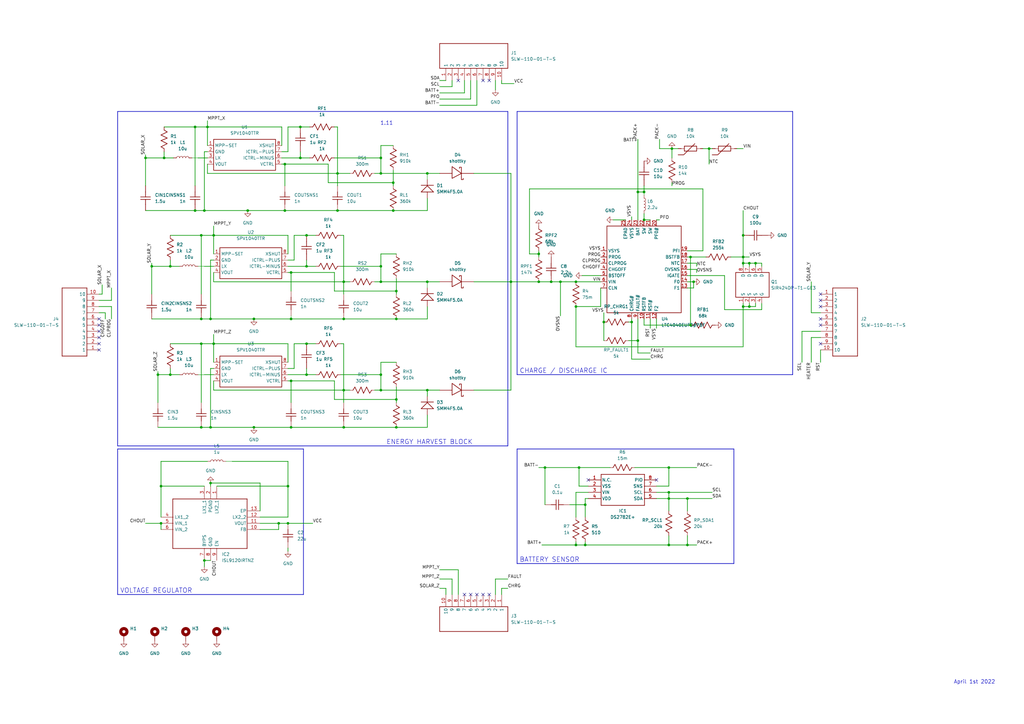
<source format=kicad_sch>
(kicad_sch (version 20211123) (generator eeschema)
  (paper "A3")
  (junction (at 140.97 130.81))
  (junction (at 80.01 52.07))
  (junction (at 220.98 104.14))
  (junction (at 82.55 175.26))
  (junction (at 162.56 175.26))
  (junction (at 240.03 207.01))
  (junction (at 82.55 140.97))
  (junction (at 118.11 214.63))
  (junction (at 264.16 78.74))
  (junction (at 87.63 140.97))
  (junction (at 83.82 229.87))
  (junction (at 290.83 60.96))
  (junction (at 125.73 140.97))
  (junction (at 82.55 96.52))
  (junction (at 86.36 130.81))
  (junction (at 275.59 60.96))
  (junction (at 86.36 198.12))
  (junction (at 240.03 223.52))
  (junction (at 119.38 111.76))
  (junction (at 59.69 64.77))
  (junction (at 264.16 90.17))
  (junction (at 274.32 191.77))
  (junction (at 162.56 119.38))
  (junction (at 66.04 199.39))
  (junction (at 83.82 86.36))
  (junction (at 114.3 214.63))
  (junction (at 125.73 96.52))
  (junction (at 236.22 125.73))
  (junction (at 236.22 223.52))
  (junction (at 66.04 214.63))
  (junction (at 140.97 175.26))
  (junction (at 104.14 130.81))
  (junction (at 87.63 96.52))
  (junction (at 247.65 132.08))
  (junction (at 156.21 115.57))
  (junction (at 284.48 115.57))
  (junction (at 125.73 109.22))
  (junction (at 162.56 130.81))
  (junction (at 116.84 86.36))
  (junction (at 307.34 125.73))
  (junction (at 161.29 74.93))
  (junction (at 123.19 64.77))
  (junction (at 156.21 71.12))
  (junction (at 175.26 71.12))
  (junction (at 62.23 109.22))
  (junction (at 119.38 175.26))
  (junction (at 125.73 153.67))
  (junction (at 307.34 107.95))
  (junction (at 82.55 130.81))
  (junction (at 156.21 64.77))
  (junction (at 274.32 201.93))
  (junction (at 156.21 160.02))
  (junction (at 140.97 160.02))
  (junction (at 69.85 153.67))
  (junction (at 156.21 153.67))
  (junction (at 156.21 109.22))
  (junction (at 119.38 130.81))
  (junction (at 236.22 115.57))
  (junction (at 274.32 223.52))
  (junction (at 237.49 191.77))
  (junction (at 64.77 153.67))
  (junction (at 140.97 115.57))
  (junction (at 283.21 133.35))
  (junction (at 226.06 115.57))
  (junction (at 304.8 96.52))
  (junction (at 116.84 67.31))
  (junction (at 118.11 199.39))
  (junction (at 119.38 156.21))
  (junction (at 86.36 175.26))
  (junction (at 69.85 109.22))
  (junction (at 229.87 115.57))
  (junction (at 161.29 86.36))
  (junction (at 261.62 78.74))
  (junction (at 175.26 160.02))
  (junction (at 138.43 71.12))
  (junction (at 209.55 115.57))
  (junction (at 220.98 115.57))
  (junction (at 123.19 52.07))
  (junction (at 175.26 115.57))
  (junction (at 101.6 86.36))
  (junction (at 304.8 105.41))
  (junction (at 67.31 64.77))
  (junction (at 85.09 52.07))
  (junction (at 223.52 191.77))
  (junction (at 304.8 107.95))
  (junction (at 283.21 105.41))
  (junction (at 309.88 107.95))
  (junction (at 304.8 125.73))
  (junction (at 281.94 223.52))
  (junction (at 281.94 204.47))
  (junction (at 104.14 175.26))
  (junction (at 138.43 86.36))
  (junction (at 259.08 132.08))
  (junction (at 261.62 139.7))
  (junction (at 162.56 163.83))
  (junction (at 80.01 86.36))
  (junction (at 274.32 204.47))
  (no_connect (at 336.55 133.35))
  (no_connect (at 40.64 135.89))
  (no_connect (at 336.55 140.97))
  (no_connect (at 40.64 143.51))
  (no_connect (at 198.12 33.02))
  (no_connect (at 269.24 196.85))
  (no_connect (at 193.04 243.84))
  (no_connect (at 187.96 33.02))
  (no_connect (at 241.3 196.85))
  (no_connect (at 40.64 130.81))
  (no_connect (at 336.55 125.73))
  (no_connect (at 198.12 243.84))
  (no_connect (at 336.55 120.65))
  (no_connect (at 336.55 130.81))
  (no_connect (at 200.66 243.84))
  (no_connect (at 40.64 140.97))
  (no_connect (at 336.55 123.19))
  (no_connect (at 190.5 243.84))
  (no_connect (at 195.58 243.84))
  (no_connect (at 40.64 133.35))
  (no_connect (at 40.64 138.43))
  (no_connect (at 200.66 33.02))
  (wire (pts (xy 175.26 71.12) (xy 180.34 71.12)) (stroke (width 0.254)))
  (wire (pts (xy 85.09 64.77) (xy 81.28 64.77)) (stroke (width 0.254)))
  (wire (pts (xy 312.42 109.22) (xy 312.42 107.95)) (stroke (width 0.254)))
  (wire (pts (xy 106.68 212.09) (xy 118.11 212.09)) (stroke (width 0.254)))
  (wire (pts (xy 209.55 115.57) (xy 209.55 160.02)) (stroke (width 0.254)))
  (wire (pts (xy 139.7 140.97) (xy 140.97 140.97)) (stroke (width 0.254)))
  (wire (pts (xy 175.26 175.26) (xy 162.56 175.26)) (stroke (width 0.254)))
  (wire (pts (xy 118.11 111.76) (xy 119.38 111.76)) (stroke (width 0.254)))
  (wire (pts (xy 237.49 191.77) (xy 223.52 191.77)) (stroke (width 0.254)))
  (wire (pts (xy 80.01 52.07) (xy 85.09 52.07)) (stroke (width 0.254)))
  (wire (pts (xy 116.84 67.31) (xy 116.84 76.2)) (stroke (width 0.254)))
  (wire (pts (xy 41.91 120.65) (xy 40.64 120.65)) (stroke (width 0.254)))
  (wire (pts (xy 104.14 130.81) (xy 119.38 130.81)) (stroke (width 0.254)))
  (wire (pts (xy 203.2 237.49) (xy 203.2 243.84)) (stroke (width 0.254)))
  (wire (pts (xy 307.34 125.73) (xy 304.8 125.73)) (stroke (width 0.254)))
  (polyline (pts (xy 48.26 182.88) (xy 48.26 45.72)) (stroke (width 0.254) (type solid)))
  (polyline (pts (xy 325.12 45.72) (xy 212.09 45.72)) (stroke (width 0.254) (type solid)))
  (wire (pts (xy 194.31 115.57) (xy 209.55 115.57)) (stroke (width 0.254)))
  (wire (pts (xy 87.63 140.97) (xy 87.63 148.59)) (stroke (width 0.254)))
  (wire (pts (xy 278.13 60.96) (xy 275.59 60.96)) (stroke (width 0.254)))
  (polyline (pts (xy 514.35 44.45) (xy 514.35 72.39)) (stroke (width 0.254) (type solid)))
  (wire (pts (xy 92.71 189.23) (xy 95.25 189.23)))
  (wire (pts (xy 261.62 90.17) (xy 261.62 78.74)) (stroke (width 0.254)))
  (wire (pts (xy 87.63 111.76) (xy 87.63 115.57)) (stroke (width 0.254)))
  (wire (pts (xy 180.34 237.49) (xy 185.42 237.49)) (stroke (width 0.254)))
  (wire (pts (xy 266.7 147.32) (xy 259.08 147.32)) (stroke (width 0.254)))
  (wire (pts (xy 180.34 233.68) (xy 187.96 233.68)) (stroke (width 0.254)))
  (wire (pts (xy 45.72 118.11) (xy 45.72 123.19)) (stroke (width 0.254)))
  (wire (pts (xy 175.26 115.57) (xy 180.34 115.57)) (stroke (width 0.254)))
  (wire (pts (xy 246.38 115.57) (xy 236.22 115.57)) (stroke (width 0.254)))
  (wire (pts (xy 304.8 60.96) (xy 302.26 60.96)) (stroke (width 0.254)))
  (wire (pts (xy 274.32 201.93) (xy 269.24 201.93)) (stroke (width 0.254)))
  (wire (pts (xy 264.16 133.35) (xy 283.21 133.35)) (stroke (width 0.254)))
  (wire (pts (xy 156.21 109.22) (xy 156.21 115.57)) (stroke (width 0.254)))
  (wire (pts (xy 237.49 199.39) (xy 241.3 199.39)) (stroke (width 0.254)))
  (wire (pts (xy 292.1 60.96) (xy 290.83 60.96)) (stroke (width 0.254)))
  (wire (pts (xy 274.32 191.77) (xy 260.35 191.77)) (stroke (width 0.254)))
  (wire (pts (xy 307.34 124.46) (xy 307.34 125.73)) (stroke (width 0.254)))
  (wire (pts (xy 292.1 201.93) (xy 274.32 201.93)) (stroke (width 0.254)))
  (wire (pts (xy 83.82 62.23) (xy 85.09 62.23)) (stroke (width 0.254)))
  (wire (pts (xy 264.16 80.01) (xy 264.16 78.74)))
  (wire (pts (xy 118.11 62.23) (xy 115.57 62.23)) (stroke (width 0.254)))
  (wire (pts (xy 261.62 139.7) (xy 261.62 130.81)) (stroke (width 0.254)))
  (wire (pts (xy 82.55 165.1) (xy 82.55 140.97)) (stroke (width 0.254)))
  (wire (pts (xy 82.55 96.52) (xy 87.63 96.52)) (stroke (width 0.254)))
  (wire (pts (xy 140.97 140.97) (xy 140.97 160.02)) (stroke (width 0.254)))
  (wire (pts (xy 304.8 86.36) (xy 304.8 96.52)) (stroke (width 0.254)))
  (wire (pts (xy 285.75 111.76) (xy 285.75 110.49)) (stroke (width 0.254)))
  (wire (pts (xy 88.9 199.39) (xy 118.11 199.39)) (stroke (width 0.254)))
  (wire (pts (xy 182.88 241.3) (xy 182.88 243.84)) (stroke (width 0.254)))
  (wire (pts (xy 156.21 115.57) (xy 153.67 115.57)) (stroke (width 0.254)))
  (wire (pts (xy 288.29 77.47) (xy 288.29 102.87)) (stroke (width 0.254)))
  (wire (pts (xy 106.68 198.12) (xy 86.36 198.12)) (stroke (width 0.254)))
  (wire (pts (xy 274.32 223.52) (xy 240.03 223.52)) (stroke (width 0.254)))
  (wire (pts (xy 129.54 96.52) (xy 125.73 96.52)) (stroke (width 0.254)))
  (wire (pts (xy 259.08 88.9) (xy 259.08 90.17)) (stroke (width 0.254)))
  (wire (pts (xy 185.42 237.49) (xy 185.42 243.84)) (stroke (width 0.254)))
  (wire (pts (xy 175.26 86.36) (xy 161.29 86.36)) (stroke (width 0.254)))
  (wire (pts (xy 119.38 156.21) (xy 137.16 156.21)) (stroke (width 0.254)))
  (wire (pts (xy 140.97 115.57) (xy 143.51 115.57)) (stroke (width 0.254)))
  (wire (pts (xy 139.7 96.52) (xy 140.97 96.52)) (stroke (width 0.254)))
  (wire (pts (xy 119.38 111.76) (xy 119.38 119.38)) (stroke (width 0.254)))
  (wire (pts (xy 140.97 160.02) (xy 143.51 160.02)) (stroke (width 0.254)))
  (wire (pts (xy 220.98 104.14) (xy 217.17 104.14)) (stroke (width 0.254)))
  (wire (pts (xy 208.28 237.49) (xy 203.2 237.49)) (stroke (width 0.254)))
  (wire (pts (xy 281.94 204.47) (xy 274.32 204.47)) (stroke (width 0.254)))
  (wire (pts (xy 156.21 64.77) (xy 156.21 71.12)) (stroke (width 0.254)))
  (wire (pts (xy 69.85 140.97) (xy 82.55 140.97)) (stroke (width 0.254)))
  (wire (pts (xy 59.69 63.5) (xy 59.69 64.77)) (stroke (width 0.254)))
  (polyline (pts (xy 212.09 231.14) (xy 212.09 184.15)) (stroke (width 0.254) (type solid)))
  (wire (pts (xy 64.77 175.26) (xy 82.55 175.26)) (stroke (width 0.254)))
  (wire (pts (xy 220.98 191.77) (xy 223.52 191.77)) (stroke (width 0.254)))
  (wire (pts (xy 162.56 165.1) (xy 162.56 163.83)) (stroke (width 0.254)))
  (wire (pts (xy 236.22 115.57) (xy 229.87 115.57)) (stroke (width 0.254)))
  (wire (pts (xy 118.11 224.79) (xy 118.11 226.06)) (stroke (width 0.254)))
  (wire (pts (xy 125.73 106.68) (xy 125.73 109.22)) (stroke (width 0.254)))
  (wire (pts (xy 85.09 52.07) (xy 85.09 59.69)) (stroke (width 0.254)))
  (wire (pts (xy 261.62 57.15) (xy 261.62 78.74)) (stroke (width 0.254)))
  (wire (pts (xy 257.81 139.7) (xy 261.62 139.7)) (stroke (width 0.254)))
  (wire (pts (xy 312.42 107.95) (xy 309.88 107.95)) (stroke (width 0.254)))
  (wire (pts (xy 240.03 207.01) (xy 240.03 212.09)) (stroke (width 0.254)))
  (wire (pts (xy 120.65 140.97) (xy 120.65 151.13)) (stroke (width 0.254)))
  (wire (pts (xy 78.74 64.77) (xy 81.28 64.77)))
  (wire (pts (xy 259.08 147.32) (xy 259.08 132.08)) (stroke (width 0.254)))
  (wire (pts (xy 83.82 62.23) (xy 83.82 86.36)) (stroke (width 0.254)))
  (wire (pts (xy 115.57 52.07) (xy 85.09 52.07)) (stroke (width 0.254)))
  (wire (pts (xy 59.69 64.77) (xy 67.31 64.77)) (stroke (width 0.254)))
  (wire (pts (xy 69.85 153.67) (xy 73.66 153.67)) (stroke (width 0.254)))
  (wire (pts (xy 81.28 109.22) (xy 83.82 109.22)))
  (wire (pts (xy 190.5 38.1) (xy 190.5 33.02)) (stroke (width 0.254)))
  (wire (pts (xy 264.16 130.81) (xy 264.16 133.35)) (stroke (width 0.254)))
  (wire (pts (xy 175.26 162.56) (xy 175.26 160.02)) (stroke (width 0.254)))
  (wire (pts (xy 82.55 120.65) (xy 82.55 96.52)) (stroke (width 0.254)))
  (wire (pts (xy 312.42 124.46) (xy 312.42 127)) (stroke (width 0.254)))
  (polyline (pts (xy 300.99 184.15) (xy 212.09 184.15)) (stroke (width 0.254) (type solid)))
  (wire (pts (xy 137.16 156.21) (xy 137.16 163.83)) (stroke (width 0.254)))
  (wire (pts (xy 83.82 229.87) (xy 83.82 232.41)) (stroke (width 0.254)))
  (wire (pts (xy 175.26 115.57) (xy 175.26 118.11)))
  (wire (pts (xy 448.31 54.61) (xy 453.39 54.61)) (stroke (width 0.254)))
  (polyline (pts (xy 212.09 153.67) (xy 212.09 45.72)) (stroke (width 0.254) (type solid)))
  (wire (pts (xy 274.32 204.47) (xy 274.32 209.55)) (stroke (width 0.254)))
  (wire (pts (xy 236.22 223.52) (xy 236.22 222.25)) (stroke (width 0.254)))
  (wire (pts (xy 87.63 137.16) (xy 87.63 140.97)) (stroke (width 0.254)))
  (wire (pts (xy 180.34 40.64) (xy 193.04 40.64)) (stroke (width 0.254)))
  (wire (pts (xy 283.21 133.35) (xy 283.21 105.41)) (stroke (width 0.254)))
  (wire (pts (xy 217.17 77.47) (xy 288.29 77.47)) (stroke (width 0.254)))
  (wire (pts (xy 220.98 115.57) (xy 209.55 115.57)) (stroke (width 0.254)))
  (wire (pts (xy 299.72 105.41) (xy 304.8 105.41)) (stroke (width 0.254)))
  (wire (pts (xy 86.36 151.13) (xy 87.63 151.13)) (stroke (width 0.254)))
  (wire (pts (xy 134.62 74.93) (xy 161.29 74.93)) (stroke (width 0.254)))
  (wire (pts (xy 138.43 71.12) (xy 143.51 71.12)) (stroke (width 0.254)))
  (wire (pts (xy 281.94 115.57) (xy 284.48 115.57)) (stroke (width 0.254)))
  (wire (pts (xy 41.91 116.84) (xy 41.91 120.65)) (stroke (width 0.254)))
  (wire (pts (xy 59.69 76.2) (xy 59.69 64.77)) (stroke (width 0.254)))
  (wire (pts (xy 233.68 207.01) (xy 240.03 207.01)) (stroke (width 0.254)))
  (wire (pts (xy 270.51 90.17) (xy 269.24 90.17)) (stroke (width 0.254)))
  (wire (pts (xy 115.57 59.69) (xy 115.57 52.07)) (stroke (width 0.254)))
  (polyline (pts (xy 208.28 45.72) (xy 48.26 45.72)) (stroke (width 0.254) (type solid)))
  (wire (pts (xy 297.18 127) (xy 297.18 113.03)) (stroke (width 0.254)))
  (wire (pts (xy 288.29 102.87) (xy 281.94 102.87)) (stroke (width 0.254)))
  (wire (pts (xy 304.8 124.46) (xy 304.8 125.73)) (stroke (width 0.254)))
  (wire (pts (xy 106.68 214.63) (xy 114.3 214.63)) (stroke (width 0.254)))
  (wire (pts (xy 275.59 76.2) (xy 275.59 74.93)) (stroke (width 0.254)))
  (wire (pts (xy 123.19 52.07) (xy 118.11 52.07)) (stroke (width 0.254)))
  (wire (pts (xy 125.73 151.13) (xy 125.73 153.67)) (stroke (width 0.254)))
  (wire (pts (xy 307.34 107.95) (xy 304.8 107.95)) (stroke (width 0.254)))
  (wire (pts (xy 156.21 115.57) (xy 175.26 115.57)) (stroke (width 0.254)))
  (wire (pts (xy 481.33 57.15) (xy 478.79 57.15)) (stroke (width 0.254)))
  (wire (pts (xy 106.68 217.17) (xy 114.3 217.17)) (stroke (width 0.254)))
  (wire (pts (xy 85.09 67.31) (xy 85.09 71.12)) (stroke (width 0.254)))
  (wire (pts (xy 118.11 52.07) (xy 118.11 62.23)) (stroke (width 0.254)))
  (wire (pts (xy 45.72 130.81) (xy 45.72 125.73)) (stroke (width 0.254)))
  (wire (pts (xy 309.88 125.73) (xy 307.34 125.73)) (stroke (width 0.254)))
  (wire (pts (xy 156.21 148.59) (xy 156.21 153.67)) (stroke (width 0.254)))
  (wire (pts (xy 257.81 132.08) (xy 259.08 132.08)) (stroke (width 0.254)))
  (wire (pts (xy 118.11 104.14) (xy 118.11 96.52)) (stroke (width 0.254)))
  (wire (pts (xy 261.62 78.74) (xy 264.16 78.74)) (stroke (width 0.254)))
  (wire (pts (xy 180.34 43.18) (xy 195.58 43.18)) (stroke (width 0.254)))
  (wire (pts (xy 162.56 130.81) (xy 140.97 130.81)) (stroke (width 0.254)))
  (wire (pts (xy 175.26 71.12) (xy 175.26 73.66)))
  (wire (pts (xy 274.32 201.93) (xy 274.32 204.47)) (stroke (width 0.254)))
  (wire (pts (xy 125.73 96.52) (xy 120.65 96.52)) (stroke (width 0.254)))
  (wire (pts (xy 264.16 78.74) (xy 264.16 76.2)) (stroke (width 0.254)))
  (wire (pts (xy 264.16 90.17) (xy 266.7 90.17)) (stroke (width 0.254)))
  (wire (pts (xy 175.26 160.02) (xy 156.21 160.02)) (stroke (width 0.254)))
  (wire (pts (xy 156.21 104.14) (xy 156.21 109.22)) (stroke (width 0.254)))
  (wire (pts (xy 81.28 153.67) (xy 83.82 153.67)))
  (wire (pts (xy 59.69 86.36) (xy 80.01 86.36)) (stroke (width 0.254)))
  (wire (pts (xy 285.75 223.52) (xy 281.94 223.52)) (stroke (width 0.254)))
  (wire (pts (xy 83.82 86.36) (xy 101.6 86.36)) (stroke (width 0.254)))
  (wire (pts (xy 307.34 109.22) (xy 307.34 107.95)) (stroke (width 0.254)))
  (wire (pts (xy 304.8 142.24) (xy 236.22 142.24)) (stroke (width 0.254)))
  (wire (pts (xy 120.65 106.68) (xy 118.11 106.68)) (stroke (width 0.254)))
  (wire (pts (xy 209.55 71.12) (xy 209.55 115.57)) (stroke (width 0.254)))
  (wire (pts (xy 138.43 52.07) (xy 138.43 71.12)) (stroke (width 0.254)))
  (wire (pts (xy 119.38 129.54) (xy 119.38 130.81)))
  (wire (pts (xy 137.16 163.83) (xy 162.56 163.83)) (stroke (width 0.254)))
  (wire (pts (xy 140.97 130.81) (xy 119.38 130.81)) (stroke (width 0.254)))
  (wire (pts (xy 64.77 153.67) (xy 69.85 153.67)) (stroke (width 0.254)))
  (wire (pts (xy 87.63 156.21) (xy 87.63 160.02)) (stroke (width 0.254)))
  (wire (pts (xy 118.11 189.23) (xy 118.11 199.39)) (stroke (width 0.254)))
  (wire (pts (xy 134.62 67.31) (xy 134.62 74.93)) (stroke (width 0.254)))
  (wire (pts (xy 185.42 35.56) (xy 185.42 33.02)) (stroke (width 0.254)))
  (wire (pts (xy 62.23 120.65) (xy 62.23 109.22)) (stroke (width 0.254)))
  (wire (pts (xy 139.7 153.67) (xy 156.21 153.67)) (stroke (width 0.254)))
  (wire (pts (xy 86.36 198.12) (xy 86.36 199.39)) (stroke (width 0.254)))
  (wire (pts (xy 209.55 160.02) (xy 194.31 160.02)) (stroke (width 0.254)))
  (wire (pts (xy 123.19 64.77) (xy 115.57 64.77)) (stroke (width 0.254)))
  (wire (pts (xy 208.28 241.3) (xy 205.74 241.3)) (stroke (width 0.254)))
  (wire (pts (xy 137.16 52.07) (xy 138.43 52.07)) (stroke (width 0.254)))
  (wire (pts (xy 309.88 107.95) (xy 307.34 107.95)) (stroke (width 0.254)))
  (wire (pts (xy 275.59 60.96) (xy 275.59 64.77)) (stroke (width 0.254)))
  (wire (pts (xy 175.26 81.28) (xy 175.26 86.36)) (stroke (width 0.254)))
  (wire (pts (xy 137.16 119.38) (xy 162.56 119.38)) (stroke (width 0.254)))
  (polyline (pts (xy 212.09 153.67) (xy 325.12 153.67)) (stroke (width 0.254) (type solid)))
  (wire (pts (xy 161.29 76.2) (xy 161.29 74.93)) (stroke (width 0.254)))
  (wire (pts (xy 62.23 107.95) (xy 62.23 109.22)) (stroke (width 0.254)))
  (wire (pts (xy 101.6 86.36) (xy 116.84 86.36)) (stroke (width 0.254)))
  (wire (pts (xy 297.18 113.03) (xy 281.94 113.03)) (stroke (width 0.254)))
  (wire (pts (xy 129.54 153.67) (xy 125.73 153.67)) (stroke (width 0.254)))
  (wire (pts (xy 43.18 128.27) (xy 40.64 128.27)) (stroke (width 0.254)))
  (wire (pts (xy 332.74 115.57) (xy 332.74 128.27)) (stroke (width 0.254)))
  (wire (pts (xy 222.25 223.52) (xy 236.22 223.52)) (stroke (width 0.254)))
  (wire (pts (xy 86.36 175.26) (xy 104.14 175.26)) (stroke (width 0.254)))
  (wire (pts (xy 236.22 201.93) (xy 236.22 212.09)) (stroke (width 0.254)))
  (wire (pts (xy 203.2 36.83) (xy 203.2 33.02)) (stroke (width 0.254)))
  (polyline (pts (xy 48.26 243.84) (xy 124.46 243.84)) (stroke (width 0.254) (type solid)))
  (wire (pts (xy 481.33 54.61) (xy 478.79 54.61)) (stroke (width 0.254)))
  (wire (pts (xy 156.21 153.67) (xy 156.21 160.02)) (stroke (width 0.254)))
  (wire (pts (xy 87.63 160.02) (xy 140.97 160.02)) (stroke (width 0.254)))
  (wire (pts (xy 240.03 204.47) (xy 241.3 204.47)) (stroke (width 0.254)))
  (polyline (pts (xy 48.26 243.84) (xy 48.26 184.15)) (stroke (width 0.254) (type solid)))
  (wire (pts (xy 266.7 134.62) (xy 266.7 130.81)) (stroke (width 0.254)))
  (wire (pts (xy 180.34 241.3) (xy 182.88 241.3)) (stroke (width 0.254)))
  (wire (pts (xy 240.03 204.47) (xy 240.03 207.01)) (stroke (width 0.254)))
  (wire (pts (xy 180.34 33.02) (xy 182.88 33.02)) (stroke (width 0.254)))
  (wire (pts (xy 137.16 64.77) (xy 156.21 64.77)) (stroke (width 0.254)))
  (wire (pts (xy 69.85 109.22) (xy 73.66 109.22)) (stroke (width 0.254)))
  (wire (pts (xy 328.93 148.59) (xy 328.93 135.89)) (stroke (width 0.254)))
  (wire (pts (xy 83.82 229.87) (xy 86.36 229.87)) (stroke (width 0.254)))
  (wire (pts (xy 156.21 71.12) (xy 153.67 71.12)) (stroke (width 0.254)))
  (wire (pts (xy 290.83 60.96) (xy 288.29 60.96)) (stroke (width 0.254)))
  (wire (pts (xy 86.36 106.68) (xy 86.36 130.81)) (stroke (width 0.254)))
  (wire (pts (xy 304.8 96.52) (xy 304.8 105.41)) (stroke (width 0.254)))
  (wire (pts (xy 285.75 110.49) (xy 281.94 110.49)) (stroke (width 0.254)))
  (wire (pts (xy 140.97 175.26) (xy 119.38 175.26)) (stroke (width 0.254)))
  (wire (pts (xy 161.29 86.36) (xy 138.43 86.36)) (stroke (width 0.254)))
  (wire (pts (xy 118.11 148.59) (xy 118.11 140.97)) (stroke (width 0.254)))
  (wire (pts (xy 80.01 76.2) (xy 80.01 52.07)) (stroke (width 0.254)))
  (wire (pts (xy 64.77 152.4) (xy 64.77 153.67)) (stroke (width 0.254)))
  (wire (pts (xy 125.73 153.67) (xy 118.11 153.67)) (stroke (width 0.254)))
  (wire (pts (xy 162.56 104.14) (xy 156.21 104.14)) (stroke (width 0.254)))
  (wire (pts (xy 220.98 105.41) (xy 220.98 104.14)) (stroke (width 0.254)))
  (wire (pts (xy 256.54 90.17) (xy 251.46 90.17)) (stroke (width 0.254)))
  (wire (pts (xy 87.63 153.67) (xy 83.82 153.67)) (stroke (width 0.254)))
  (wire (pts (xy 274.32 219.71) (xy 274.32 223.52)) (stroke (width 0.254)))
  (wire (pts (xy 118.11 140.97) (xy 87.63 140.97)) (stroke (width 0.254)))
  (wire (pts (xy 66.04 199.39) (xy 83.82 199.39)) (stroke (width 0.254)))
  (wire (pts (xy 162.56 163.83) (xy 162.56 158.75)) (stroke (width 0.254)))
  (wire (pts (xy 123.19 62.23) (xy 123.19 64.77)) (stroke (width 0.254)))
  (wire (pts (xy 229.87 115.57) (xy 226.06 115.57)) (stroke (width 0.254)))
  (wire (pts (xy 86.36 130.81) (xy 104.14 130.81)) (stroke (width 0.254)))
  (wire (pts (xy 217.17 104.14) (xy 217.17 77.47)) (stroke (width 0.254)))
  (wire (pts (xy 45.72 125.73) (xy 40.64 125.73)) (stroke (width 0.254)))
  (wire (pts (xy 69.85 96.52) (xy 82.55 96.52)) (stroke (width 0.254)))
  (wire (pts (xy 137.16 111.76) (xy 137.16 119.38)) (stroke (width 0.254)))
  (wire (pts (xy 114.3 217.17) (xy 114.3 214.63)) (stroke (width 0.254)))
  (wire (pts (xy 284.48 115.57) (xy 284.48 118.11)) (stroke (width 0.254)))
  (wire (pts (xy 180.34 160.02) (xy 175.26 160.02)) (stroke (width 0.254)))
  (wire (pts (xy 138.43 76.2) (xy 138.43 71.12)) (stroke (width 0.254)))
  (wire (pts (xy 129.54 140.97) (xy 125.73 140.97)) (stroke (width 0.254)))
  (wire (pts (xy 274.32 199.39) (xy 274.32 191.77)) (stroke (width 0.254)))
  (wire (pts (xy 285.75 109.22) (xy 285.75 107.95)) (stroke (width 0.254)))
  (wire (pts (xy 127 64.77) (xy 123.19 64.77)) (stroke (width 0.254)))
  (wire (pts (xy 304.8 125.73) (xy 304.8 142.24)) (stroke (width 0.254)))
  (wire (pts (xy 162.56 120.65) (xy 162.56 119.38)) (stroke (width 0.254)))
  (wire (pts (xy 85.09 71.12) (xy 138.43 71.12)) (stroke (width 0.254)))
  (wire (pts (xy 194.31 71.12) (xy 209.55 71.12)) (stroke (width 0.254)))
  (wire (pts (xy 281.94 219.71) (xy 281.94 223.52)) (stroke (width 0.254)))
  (wire (pts (xy 138.43 86.36) (xy 116.84 86.36)) (stroke (width 0.254)))
  (wire (pts (xy 86.36 151.13) (xy 86.36 175.26)) (stroke (width 0.254)))
  (wire (pts (xy 175.26 130.81) (xy 162.56 130.81)) (stroke (width 0.254)))
  (wire (pts (xy 270.51 60.96) (xy 275.59 60.96)) (stroke (width 0.254)))
  (wire (pts (xy 180.34 35.56) (xy 185.42 35.56)) (stroke (width 0.254)))
  (wire (pts (xy 116.84 67.31) (xy 134.62 67.31)) (stroke (width 0.254)))
  (wire (pts (xy 292.1 204.47) (xy 281.94 204.47)) (stroke (width 0.254)))
  (wire (pts (xy 115.57 67.31) (xy 116.84 67.31)) (stroke (width 0.254)))
  (wire (pts (xy 80.01 86.36) (xy 83.82 86.36)) (stroke (width 0.254)))
  (polyline (pts (xy 425.45 72.39) (xy 514.35 72.39)) (stroke (width 0.254) (type solid)))
  (wire (pts (xy 229.87 115.57) (xy 229.87 129.54)) (stroke (width 0.254)))
  (wire (pts (xy 281.94 223.52) (xy 274.32 223.52)) (stroke (width 0.254)))
  (wire (pts (xy 87.63 96.52) (xy 87.63 104.14)) (stroke (width 0.254)))
  (polyline (pts (xy 300.99 184.15) (xy 300.99 231.14)) (stroke (width 0.254) (type solid)))
  (wire (pts (xy 247.65 128.27) (xy 247.65 132.08)) (stroke (width 0.254)))
  (wire (pts (xy 250.19 191.77) (xy 237.49 191.77)) (stroke (width 0.254)))
  (wire (pts (xy 274.32 204.47) (xy 269.24 204.47)) (stroke (width 0.254)))
  (wire (pts (xy 162.56 175.26) (xy 140.97 175.26)) (stroke (width 0.254)))
  (wire (pts (xy 156.21 160.02) (xy 153.67 160.02)) (stroke (width 0.254)))
  (wire (pts (xy 285.75 107.95) (xy 281.94 107.95)) (stroke (width 0.254)))
  (wire (pts (xy 45.72 123.19) (xy 40.64 123.19)) (stroke (width 0.254)))
  (wire (pts (xy 67.31 64.77) (xy 71.12 64.77)) (stroke (width 0.254)))
  (wire (pts (xy 332.74 148.59) (xy 332.74 138.43)) (stroke (width 0.254)))
  (wire (pts (xy 304.8 107.95) (xy 304.8 105.41)) (stroke (width 0.254)))
  (wire (pts (xy 64.77 165.1) (xy 64.77 153.67)) (stroke (width 0.254)))
  (wire (pts (xy 59.69 214.63) (xy 66.04 214.63)) (stroke (width 0.254)))
  (wire (pts (xy 246.38 125.73) (xy 246.38 118.11)) (stroke (width 0.254)))
  (wire (pts (xy 309.88 109.22) (xy 309.88 107.95)) (stroke (width 0.254)))
  (wire (pts (xy 180.34 38.1) (xy 190.5 38.1)) (stroke (width 0.254)))
  (polyline (pts (xy 208.28 45.72) (xy 208.28 182.88)) (stroke (width 0.254) (type solid)))
  (wire (pts (xy 259.08 132.08) (xy 259.08 130.81)) (stroke (width 0.254)))
  (wire (pts (xy 139.7 109.22) (xy 156.21 109.22)) (stroke (width 0.254)))
  (wire (pts (xy 195.58 43.18) (xy 195.58 33.02)) (stroke (width 0.254)))
  (wire (pts (xy 332.74 138.43) (xy 336.55 138.43)) (stroke (width 0.254)))
  (wire (pts (xy 140.97 120.65) (xy 140.97 115.57)) (stroke (width 0.254)))
  (wire (pts (xy 128.27 214.63) (xy 118.11 214.63)) (stroke (width 0.254)))
  (wire (pts (xy 86.36 106.68) (xy 87.63 106.68)) (stroke (width 0.254)))
  (wire (pts (xy 119.38 156.21) (xy 119.38 165.1)) (stroke (width 0.254)))
  (wire (pts (xy 304.8 105.41) (xy 307.34 105.41)) (stroke (width 0.254)))
  (wire (pts (xy 304.8 109.22) (xy 304.8 107.95)) (stroke (width 0.254)))
  (wire (pts (xy 140.97 96.52) (xy 140.97 115.57)) (stroke (width 0.254)))
  (wire (pts (xy 156.21 71.12) (xy 175.26 71.12)) (stroke (width 0.254)))
  (wire (pts (xy 205.74 34.29) (xy 205.74 33.02)) (stroke (width 0.254)))
  (wire (pts (xy 240.03 222.25) (xy 240.03 223.52)) (stroke (width 0.254)))
  (wire (pts (xy 62.23 130.81) (xy 82.55 130.81)) (stroke (width 0.254)))
  (polyline (pts (xy 212.09 231.14) (xy 300.99 231.14)) (stroke (width 0.254) (type solid)))
  (wire (pts (xy 223.52 191.77) (xy 223.52 207.01)) (stroke (width 0.254)))
  (wire (pts (xy 85.09 189.23) (xy 66.04 189.23)) (stroke (width 0.254)))
  (wire (pts (xy 69.85 153.67) (xy 69.85 151.13)) (stroke (width 0.254)))
  (wire (pts (xy 62.23 109.22) (xy 69.85 109.22)) (stroke (width 0.254)))
  (polyline (pts (xy 425.45 72.39) (xy 425.45 44.45)) (stroke (width 0.254) (type solid)))
  (wire (pts (xy 193.04 40.64) (xy 193.04 33.02)) (stroke (width 0.254)))
  (wire (pts (xy 312.42 127) (xy 297.18 127)) (stroke (width 0.254)))
  (wire (pts (xy 284.48 118.11) (xy 281.94 118.11)) (stroke (width 0.254)))
  (wire (pts (xy 332.74 128.27) (xy 336.55 128.27)) (stroke (width 0.254)))
  (wire (pts (xy 236.22 142.24) (xy 236.22 125.73)) (stroke (width 0.254)))
  (wire (pts (xy 85.09 49.53) (xy 85.09 52.07)) (stroke (width 0.254)))
  (wire (pts (xy 270.51 57.15) (xy 270.51 60.96)) (stroke (width 0.254)))
  (wire (pts (xy 67.31 52.07) (xy 80.01 52.07)) (stroke (width 0.254)))
  (wire (pts (xy 67.31 64.77) (xy 67.31 62.23)) (stroke (width 0.254)))
  (wire (pts (xy 269.24 199.39) (xy 274.32 199.39)) (stroke (width 0.254)))
  (wire (pts (xy 95.25 189.23) (xy 118.11 189.23)) (stroke (width 0.254)))
  (wire (pts (xy 104.14 175.26) (xy 119.38 175.26)) (stroke (width 0.254)))
  (wire (pts (xy 247.65 132.08) (xy 247.65 139.7)) (stroke (width 0.254)))
  (wire (pts (xy 266.7 144.78) (xy 261.62 144.78)) (stroke (width 0.254)))
  (wire (pts (xy 66.04 189.23) (xy 66.04 199.39)) (stroke (width 0.254)))
  (wire (pts (xy 69.85 109.22) (xy 69.85 106.68)) (stroke (width 0.254)))
  (wire (pts (xy 87.63 92.71) (xy 87.63 96.52)) (stroke (width 0.254)))
  (wire (pts (xy 162.56 148.59) (xy 156.21 148.59)) (stroke (width 0.254)))
  (wire (pts (xy 261.62 144.78) (xy 261.62 139.7)) (stroke (width 0.254)))
  (wire (pts (xy 240.03 223.52) (xy 236.22 223.52)) (stroke (width 0.254)))
  (polyline (pts (xy 514.35 44.45) (xy 425.45 44.45)) (stroke (width 0.254) (type solid)))
  (wire (pts (xy 210.82 34.29) (xy 205.74 34.29)) (stroke (width 0.254)))
  (wire (pts (xy 118.11 214.63) (xy 114.3 214.63)) (stroke (width 0.254)))
  (wire (pts (xy 336.55 148.59) (xy 336.55 143.51)) (stroke (width 0.254)))
  (wire (pts (xy 226.06 115.57) (xy 220.98 115.57)) (stroke (width 0.254)))
  (wire (pts (xy 309.88 124.46) (xy 309.88 125.73)) (stroke (width 0.254)))
  (wire (pts (xy 87.63 115.57) (xy 140.97 115.57)) (stroke (width 0.254)))
  (wire (pts (xy 187.96 233.68) (xy 187.96 243.84)) (stroke (width 0.254)))
  (wire (pts (xy 82.55 130.81) (xy 86.36 130.81)) (stroke (width 0.254)))
  (wire (pts (xy 448.31 57.15) (xy 453.39 57.15)) (stroke (width 0.254)))
  (polyline (pts (xy 124.46 184.15) (xy 124.46 243.84)) (stroke (width 0.254) (type solid)))
  (wire (pts (xy 175.26 170.18) (xy 175.26 175.26)) (stroke (width 0.254)))
  (wire (pts (xy 82.55 140.97) (xy 87.63 140.97)) (stroke (width 0.254)))
  (wire (pts (xy 127 52.07) (xy 123.19 52.07)) (stroke (width 0.254)))
  (wire (pts (xy 125.73 140.97) (xy 120.65 140.97)) (stroke (width 0.254)))
  (wire (pts (xy 220.98 104.14) (xy 220.98 102.87)) (stroke (width 0.254)))
  (wire (pts (xy 264.16 87.63) (xy 264.16 90.17)) (stroke (width 0.254)))
  (wire (pts (xy 66.04 199.39) (xy 66.04 212.09)) (stroke (width 0.254)))
  (wire (pts (xy 120.65 151.13) (xy 118.11 151.13)) (stroke (width 0.254)))
  (wire (pts (xy 285.75 191.77) (xy 274.32 191.77)) (stroke (width 0.254)))
  (wire (pts (xy 106.68 198.12) (xy 106.68 209.55)) (stroke (width 0.254)))
  (wire (pts (xy 125.73 109.22) (xy 118.11 109.22)) (stroke (width 0.254)))
  (wire (pts (xy 281.94 204.47) (xy 281.94 209.55)) (stroke (width 0.254)))
  (wire (pts (xy 119.38 111.76) (xy 137.16 111.76)) (stroke (width 0.254)))
  (polyline (pts (xy 325.12 45.72) (xy 325.12 153.67)) (stroke (width 0.254) (type solid)))
  (polyline (pts (xy 48.26 182.88) (xy 208.28 182.88)) (stroke (width 0.254) (type solid)))
  (wire (pts (xy 175.26 125.73) (xy 175.26 130.81)) (stroke (width 0.254)))
  (wire (pts (xy 118.11 96.52) (xy 87.63 96.52)) (stroke (width 0.254)))
  (wire (pts (xy 140.97 165.1) (xy 140.97 160.02)) (stroke (width 0.254)))
  (wire (pts (xy 283.21 105.41) (xy 281.94 105.41)) (stroke (width 0.254)))
  (wire (pts (xy 87.63 109.22) (xy 83.82 109.22)) (stroke (width 0.254)))
  (wire (pts (xy 290.83 67.31) (xy 290.83 60.96)) (stroke (width 0.254)))
  (wire (pts (xy 156.21 59.69) (xy 156.21 64.77)) (stroke (width 0.254)))
  (wire (pts (xy 236.22 125.73) (xy 246.38 125.73)) (stroke (width 0.254)))
  (wire (pts (xy 161.29 59.69) (xy 156.21 59.69)) (stroke (width 0.254)))
  (wire (pts (xy 269.24 134.62) (xy 269.24 130.81)) (stroke (width 0.254)))
  (wire (pts (xy 236.22 201.93) (xy 241.3 201.93)) (stroke (width 0.254)))
  (wire (pts (xy 289.56 105.41) (xy 283.21 105.41)) (stroke (width 0.254)))
  (wire (pts (xy 82.55 175.26) (xy 86.36 175.26)) (stroke (width 0.254)))
  (wire (pts (xy 120.65 96.52) (xy 120.65 106.68)) (stroke (width 0.254)))
  (wire (pts (xy 205.74 241.3) (xy 205.74 243.84)) (stroke (width 0.254)))
  (wire (pts (xy 118.11 156.21) (xy 119.38 156.21)) (stroke (width 0.254)))
  (wire (pts (xy 328.93 135.89) (xy 336.55 135.89)) (stroke (width 0.254)))
  (wire (pts (xy 118.11 199.39) (xy 118.11 212.09)) (stroke (width 0.254)))
  (wire (pts (xy 43.18 130.81) (xy 43.18 128.27)) (stroke (width 0.254)))
  (wire (pts (xy 161.29 74.93) (xy 161.29 69.85)) (stroke (width 0.254)))
  (wire (pts (xy 237.49 199.39) (xy 237.49 191.77)) (stroke (width 0.254)))
  (wire (pts (xy 66.04 214.63) (xy 66.04 217.17)) (stroke (width 0.254)))
  (wire (pts (xy 129.54 109.22) (xy 125.73 109.22)) (stroke (width 0.254)))
  (wire (pts (xy 162.56 119.38) (xy 162.56 114.3)) (stroke (width 0.254)))
  (polyline (pts (xy 124.46 184.15) (xy 48.26 184.15)) (stroke (width 0.254) (type solid)))
  (wire (pts (xy 246.38 113.03) (xy 238.76 113.03)) (stroke (width 0.254)))
  (text "ANALOG SWITCH" (at 426.466 72.0302 180) (effects (font (size 1.905 1.905)) (justify left bottom)))
  (text "ENERGY HARVEST BLOCK" (at 158.496 182.5202 180) (effects (font (size 1.905 1.905)) (justify left bottom)))
  (text "VOLTAGE REGULATOR" (at 49.276 243.4802 180) (effects (font (size 1.905 1.905)) (justify left bottom)))
  (text "CHARGE / DISCHARGE IC" (at 213.106 153.3102 180) (effects (font (size 1.905 1.905)) (justify left bottom)))
  (text "BATTERY SENSOR" (at 213.106 230.7802 180) (effects (font (size 1.905 1.905)) (justify left bottom)))
  (text "April 1st 2022" (at 391.16 280.67 180) (effects (font (size 1.524 1.524)) (justify left bottom)))
  (text "1.11" (at 155.956 51.4985 180) (effects (font (size 1.524 1.524)) (justify left bottom)))
  (label "CHOUT" (at 59.69 214.63 180))
  (label "MPPT_X" (at 45.72 118.11 90))
  (label "VIN" (at 304.8 60.96 0))
  (label "VIN" (at 246.38 115.57 180))
  (label "VSYS" (at 307.34 105.41 0))
  (label "BATT-" (at 180.34 43.18 180))
  (label "SOLAR_Z" (at 180.34 241.3 180))
  (label "OVSNS" (at 229.87 129.54 270))
  (label "SCL" (at 292.1 201.93 0))
  (label "RST" (at 266.7 134.62 270))
  (label "TOTAL_CURRENT" (at 448.31 57.15 180))
  (label "PACK-" (at 270.51 57.15 90))
  (label "CHRG" (at 208.28 241.3 0))
  (label "CLPROG" (at 45.72 130.81 270))
  (label "SOLAR_Z" (at 64.77 152.4 90))
  (label "MPPT_X" (at 85.09 49.53 0))
  (label "PROG" (at 246.38 105.41 180))
  (label "SDA" (at 180.34 33.02 180))
  (label "VSYS" (at 259.08 88.9 90))
  (label "FAULT" (at 208.28 237.49 0))
  (label "MPPT_Y" (at 180.34 233.68 180))
  (label "CHGOFF" (at 246.38 110.49 180))
  (label "PFO" (at 180.34 40.64 180))
  (label "VCC" (at 128.27 214.63 0))
  (label "PACK-" (at 285.75 191.77 0))
  (label "BATT+" (at 261.62 58.42 180))
  (label "CHOUT" (at 304.8 86.36 0))
  (label "VSYS" (at 246.38 102.87 180))
  (label "VCC" (at 210.82 34.29 0))
  (label "HEATER" (at 332.74 148.59 270))
  (label "BATT+" (at 222.25 223.52 180))
  (label "RST" (at 336.55 148.59 270))
  (label "PACK+" (at 261.62 57.15 90))
  (label "SOLAR_Y" (at 332.74 115.57 90))
  (label "CHRG" (at 266.7 147.32 0))
  (label "BATT-" (at 220.98 191.77 180))
  (label "MPPT_Z" (at 87.63 137.16 0))
  (label "HEATER" (at 481.33 57.15 0))
  (label "NTC" (at 285.75 109.22 0))
  (label "PROG" (at 275.59 76.2 0))
  (label "SEL" (at 448.31 54.61 180))
  (label "SOLAR_Y" (at 62.23 107.95 90))
  (label "MPPT_Y" (at 87.63 92.71 0))
  (label "MPPT_Z" (at 180.34 237.49 180))
  (label "CHOUT" (at 88.9 229.87 270))
  (label "PFO" (at 270.51 90.17 0))
  (label "OVSNS" (at 285.75 111.76 0))
  (label "VSYS" (at 269.24 134.62 270))
  (label "SEL" (at 328.93 148.59 270))
  (label "FAULT" (at 266.7 144.78 0))
  (label "PACK+" (at 285.75 223.52 0))
  (label "SDA" (at 292.1 204.47 0))
  (label "CHGOFF" (at 43.18 130.81 270))
  (label "CLPROG" (at 246.38 107.95 180))
  (label "TOTAL_CURRENT" (at 481.33 54.61 0))
  (label "SOLAR_X" (at 59.69 63.5 90))
  (label "SCL" (at 180.34 35.56 180))
  (label "VSYS" (at 247.65 128.27 180))
  (label "BATT+" (at 180.34 38.1 180))
  (label "NTC" (at 290.83 67.31 0))
  (label "SOLAR_X" (at 41.91 116.84 90))
  (symbol (lib_id "power:GND") (at 104.14 130.81 0) (unit 1)
    (property "Reference" "#PWR0106" (effects hide))
    (property "Value" "GND" (at 104.14 135.89 0))
  )
  (symbol (lib_id "PCB-EPS-altium-import:1_1.5u") (at 64.77 170.18 0) (unit 1)
    (property "Reference" "CIN3" (at 68.58 168.9099 0) (effects (justify left)))
    (property "Value" "1.5u" (at 68.58 171.4499 0) (effects (justify left)))
    (property "Footprint" "C0402" (effects hide))
    (property "NAMEALIAS" "Value(F)" (effects hide))
    (property "BOM_SUPPLIER PART" "810-C1005X5R1V155K0C" (effects hide))
    (property "BOM_SUPPLIER" "Mouser" (effects hide))
    (property "CONTRIBUTOR" "LCEDA_Lib" (effects hide))
    (property "SPICEPRE" "C" (effects hide))
    (property "SPICESYMBOLNAME" "C_0603_US" (effects hide))
    (property "BOM_MANUFACTURER PART" "C1005X5R1V155K050BC" (effects hide))
    (property "BOM_MANUFACTURER" "TDK" (effects hide))
    (property "BOM_LINK" "https://www.mouser.es/ProductDetail/TDK/C1005X5R1V155K050BC?qs=%2Fha2pyFaduhU5KeTuzJ6cgNl9UuiupezWneAcVA8aT5wzbDGN%2FMbtSBZLwtfigo%252B" (effects hide))
  )
  (symbol (lib_id "PCB-EPS-altium-import:1_1k") (at 236.22 217.17 0) (unit 1)
    (property "Reference" "R7" (at 233.68 215.8999 0) (effects (justify right)))
    (property "Value" "1k" (at 233.68 218.4399 0) (effects (justify right)))
    (property "Footprint" "R0402" (effects hide))
    (property "NAMEALIAS" "Value(Ω)" (effects hide))
    (property "BOM_SUPPLIER PART" "71-CRCW04021K00FKEDH" (effects hide))
    (property "BOM_SUPPLIER" "Mouser" (effects hide))
    (property "CONTRIBUTOR" "LCEDA_Lib" (effects hide))
    (property "SPICEPRE" "R" (effects hide))
    (property "SPICESYMBOLNAME" "R_0603_US" (effects hide))
    (property "BOM_MANUFACTURER PART" "CRCW04021K00FKEDHP" (effects hide))
    (property "BOM_MANUFACTURER" "Vishay / Dale" (effects hide))
    (property "BOM_LINK" "https://www.mouser.es/ProductDetail/Vishay-Dale/CRCW04021K00FKEDHP?qs=sGAEpiMZZMvdGkrng054t5AEBFBrDLdDmbs5YhiDP4w%3D" (effects hide))
  )
  (symbol (lib_id "power:GND") (at 118.11 226.06 0) (unit 1)
    (property "Reference" "#PWR0103" (effects hide))
    (property "Value" "GND" (at 118.11 231.14 0))
  )
  (symbol (lib_id "PCB-EPS-altium-import:1_1n") (at 119.38 124.46 0) (unit 1)
    (property "Reference" "COUTSNS2" (at 123.19 123.1899 0) (effects (justify left)))
    (property "Value" "1n" (at 123.19 125.7299 0) (effects (justify left)))
    (property "Footprint" "C0402" (effects hide))
    (property "NAMEALIAS" "Value(F)" (effects hide))
    (property "BOM_SUPPLIER PART" "81-GRM155R61A102KA1D" (effects hide))
    (property "BOM_SUPPLIER" "Mouser" (effects hide))
    (property "CONTRIBUTOR" "LCEDA_Lib" (effects hide))
    (property "SPICEPRE" "C" (effects hide))
    (property "SPICESYMBOLNAME" "C_0603_US" (effects hide))
    (property "BOM_MANUFACTURER PART" "GRM155R61A102KA01D" (effects hide))
    (property "BOM_MANUFACTURER" "Murata" (effects hide))
    (property "BOM_LINK" "https://www.mouser.es/ProductDetail/Murata-Electronics/GRM155R61A102KA01D?qs=%2Fha2pyFadujIarpTQ7m9MAGr%252B4d4kXKhokzJiMozIqjkaJWzUA7U6QhDSqxdaZvG" (effects hide))
  )
  (symbol (lib_id "power:GND") (at 226.06 105.41 180) (unit 1)
    (property "Reference" "#PWR0114" (effects hide))
    (property "Value" "GND" (at 226.06 100.33 0))
  )
  (symbol (lib_id "PCB-EPS-altium-import:0_300m") (at 148.59 115.57 0) (unit 1)
    (property "Reference" "RS2" (at 148.59 107.95 0))
    (property "Value" "300m" (at 148.59 110.49 0))
    (property "Footprint" "R0603" (effects hide))
    (property "NAMEALIAS" "Value(Ω)" (effects hide))
    (property "BOM_SUPPLIER PART" "755-UCR03EVPFLR510" (effects hide))
    (property "BOM_SUPPLIER" "Mouser" (effects hide))
    (property "CONTRIBUTOR" "LCEDA_Lib" (effects hide))
    (property "SPICEPRE" "R" (effects hide))
    (property "SPICESYMBOLNAME" "R_0603_US" (effects hide))
    (property "BOM_MANUFACTURER PART" "UCR03EVPFLR300" (effects hide))
    (property "BOM_MANUFACTURER" "ROHM Semiconductor" (effects hide))
    (property "LINK" "https://www.mouser.es/ProductDetail/ROHM-Semiconductor/UCR03EVPFLR300?qs=%2Fha2pyFaduiuSEt3MGd2kBEwWaRcYJFqW%252BwxOkDOaX7e1WRW6u%252ByZQ%3D%3D" (effects hide))
  )
  (symbol (lib_id "PCB-EPS-altium-import:0_1k") (at 132.08 52.07 0) (unit 1)
    (property "Reference" "RF1" (at 132.08 44.45 0))
    (property "Value" "1k" (at 132.08 46.99 0))
    (property "Footprint" "R0402" (effects hide))
    (property "NAMEALIAS" "Value(Ω)" (effects hide))
    (property "BOM_SUPPLIER PART" "71-CRCW04021K00FKEDH" (effects hide))
    (property "BOM_SUPPLIER" "Mouser" (effects hide))
    (property "CONTRIBUTOR" "LCEDA_Lib" (effects hide))
    (property "SPICEPRE" "R" (effects hide))
    (property "SPICESYMBOLNAME" "R_0603_US" (effects hide))
    (property "BOM_MANUFACTURER PART" "CRCW04021K00FKEDHP" (effects hide))
    (property "BOM_MANUFACTURER" "Vishay / Dale" (effects hide))
    (property "BOM_LINK" "https://www.mouser.es/ProductDetail/Vishay-Dale/CRCW04021K00FKEDHP?qs=sGAEpiMZZMvdGkrng054t5AEBFBrDLdDmbs5YhiDP4w%3D" (effects hide))
  )
  (symbol (lib_id "PCB-EPS-altium-import:1_1u") (at 123.19 57.15 0) (unit 1)
    (property "Reference" "CF1" (at 127 55.8799 0) (effects (justify left)))
    (property "Value" "1u" (at 127 58.4199 0) (effects (justify left)))
    (property "Footprint" "C0402" (effects hide))
    (property "NAMEALIAS" "Value(F)" (effects hide))
    (property "BOM_SUPPLIER PART" "81-GRM155R61C105KA2D" (effects hide))
    (property "BOM_SUPPLIER" "Mouser" (effects hide))
    (property "CONTRIBUTOR" "LCEDA_Lib" (effects hide))
    (property "SPICEPRE" "C" (effects hide))
    (property "SPICESYMBOLNAME" "C_0603_US" (effects hide))
    (property "BOM_MANUFACTURER PART" "GRM155R61C105KA12D" (effects hide))
    (property "BOM_MANUFACTURER" "Murata" (effects hide))
    (property "BOM_LINK" "https://www.mouser.es/ProductDetail/Murata-Electronics/GRM155R61C105KA12D?qs=MNX0Jdkv8mRzFdIwfsySnw%3D%3D" (effects hide))
  )
  (symbol (lib_id "Mechanical:MountingHole_Pad") (at 50.8 260.35 0) (unit 1)
    (property "Reference" "H1" (at 53.34 257.8099 0) (effects (justify left)))
    (property "Value" "MountingHole_Pad" (effects hide))
    (property "Footprint" "MountingHole:MountingHole_3.2mm_M3_Pad" (effects hide))
  )
  (symbol (lib_id "PCB-EPS-altium-import:1_SMM4F5.0A") (at 175.26 166.37 0) (unit 1)
    (property "Reference" "D3" (at 179.07 164.9932 0) (effects (justify left)))
    (property "Value" "SMM4F5.0A" (at 179.07 167.5332 0) (effects (justify left)))
    (property "Footprint" "DIO_SMM4F5.0A-TR" (effects hide))
    (property "CONTRIBUTOR" "Sebastian Ruman" (effects hide))
    (property "SPICEPRE" "D" (effects hide))
    (property "SPICESYMBOLNAME" "SMM4F5.0A" (effects hide))
    (property "BOM_MANUFACTURER PART" "SMM4F5.0A-TR" (effects hide))
    (property "BOM_SUPPLIER" "Mouser" (effects hide))
    (property "BOM_MANUFACTURER" "STMicroelectronics" (effects hide))
    (property "BOM_SUPPLIER PART" "511-SMM4F5.0A-TR" (effects hide))
    (property "BOM_LINK" "https://www.mouser.es/ProductDetail/STMicroelectronics/SMM4F50A-TR?qs=%2Fha2pyFaduhJnBTYlOceFcVsVbIAq4vE7r9Gc%252B%2FsyHF9nchlImB8Cw%3D%3D" (effects hide))
  )
  (symbol (lib_id "PCB-EPS-altium-import:1_1k") (at 69.85 101.6 0) (unit 1)
    (property "Reference" "R2" (at 72.39 100.3299 0) (effects (justify left)))
    (property "Value" "1k" (at 72.39 102.8699 0) (effects (justify left)))
    (property "Footprint" "R0805" (effects hide))
    (property "NAMEALIAS" "Value(Ω)" (effects hide))
    (property "BOM_SUPPLIER PART" "71-PCAN0805E1001BST5" (effects hide))
    (property "BOM_SUPPLIER" "Mouser" (effects hide))
    (property "CONTRIBUTOR" "LCEDA_Lib" (effects hide))
    (property "SPICEPRE" "R" (effects hide))
    (property "SPICESYMBOLNAME" "R_0603_US" (effects hide))
    (property "BOM_MANUFACTURER PART" "PCAN0805E1001BST5" (effects hide))
    (property "BOM_MANUFACTURER" "Vishay / Thin Film" (effects hide))
    (property "BOM_LINK" "https://www.mouser.es/ProductDetail/Vishay-Thin-Film/PCAN0805E1001BST5?qs=0KABoAvMNWeyXKsybicfjw%3D%3D" (effects hide))
  )
  (symbol (lib_id "PCB-EPS-altium-import:1_1.5u") (at 62.23 125.73 0) (unit 1)
    (property "Reference" "CIN2" (at 66.04 124.4599 0) (effects (justify left)))
    (property "Value" "1.5u" (at 66.04 126.9999 0) (effects (justify left)))
    (property "Footprint" "C0402" (effects hide))
    (property "NAMEALIAS" "Value(F)" (effects hide))
    (property "BOM_SUPPLIER PART" "810-C1005X5R1V155K0C" (effects hide))
    (property "BOM_SUPPLIER" "Mouser" (effects hide))
    (property "CONTRIBUTOR" "LCEDA_Lib" (effects hide))
    (property "SPICEPRE" "C" (effects hide))
    (property "SPICESYMBOLNAME" "C_0603_US" (effects hide))
    (property "BOM_MANUFACTURER PART" "C1005X5R1V155K050BC" (effects hide))
    (property "BOM_MANUFACTURER" "TDK" (effects hide))
    (property "BOM_LINK" "https://www.mouser.es/ProductDetail/TDK/C1005X5R1V155K050BC?qs=%2Fha2pyFaduhU5KeTuzJ6cgNl9UuiupezWneAcVA8aT5wzbDGN%2FMbtSBZLwtfigo%252B" (effects hide))
  )
  (symbol (lib_id "PCB-EPS-altium-import:3_ISL9120IRTNZ") (at 86.36 214.63 0) (unit 1)
    (property "Reference" "IC2" (at 90.9194 227.33 0) (effects (justify left)))
    (property "Value" "ISL9120IRTNZ" (at 90.9194 229.87 0) (effects (justify left)))
    (property "Footprint" "QFN50P300X300X75-13N" (effects hide))
    (property "SPICEPRE" "I" (effects hide))
    (property "SPICESYMBOLNAME" "ISL9120IRTNZ" (effects hide))
    (property "BOM_MANUFACTURER PART" "ISL9120IRTNZ" (effects hide))
    (property "BOM_SUPPLIER" "Farnell" (effects hide))
    (property "BOM_SUPPLIER PART" "2630543" (effects hide))
    (property "BOM_MANUFACTURER" "Renesas / Intersil" (effects hide))
    (property "BOM_LINK" "https://es.farnell.com/renesas/isl9120irtnz/conver-dc-dc-buck-boost-0-8a-tqfn/dp/2630543?ost=isl9120irtnz" (effects hide))
  )
  (symbol (lib_id "power:GND") (at 293.37 133.35 90) (unit 1)
    (property "Reference" "#PWR0113" (effects hide))
    (property "Value" "GND" (at 297.18 133.3499 90) (effects (justify right)))
  )
  (symbol (lib_id "PCB-EPS-altium-import:1_910k") (at 161.29 64.77 0) (unit 1)
    (property "Reference" "RH1" (at 163.83 63.4999 0) (effects (justify left)))
    (property "Value" "910k" (at 163.83 66.0399 0) (effects (justify left)))
    (property "Footprint" "R0603" (effects hide))
    (property "NAMEALIAS" "Value(Ω)" (effects hide))
    (property "BOM_SUPPLIER PART" "667-ERJ-PA3F9103V" (effects hide))
    (property "BOM_SUPPLIER" "Mouser" (effects hide))
    (property "CONTRIBUTOR" "LCEDA_Lib" (effects hide))
    (property "SPICEPRE" "R" (effects hide))
    (property "SPICESYMBOLNAME" "R_0603_US" (effects hide))
    (property "BOM_MANUFACTURER PART" "ERJ-PA3F9103V" (effects hide))
    (property "BOM_MANUFACTURER" "Panasonic" (effects hide))
    (property "BOM_LINK" "https://www.mouser.es/ProductDetail/Panasonic/ERJ-PA3F9103V?qs=sGAEpiMZZMvdGkrng054t25PfMltgQCiUE9%2FvIK%2FNHhGJweF5Kx0bw%3D%3D" (effects hide))
  )
  (symbol (lib_id "power:GND") (at 478.79 59.69 0) (unit 1)
    (property "Reference" "#PWR0104" (effects hide))
    (property "Value" "GND" (at 478.79 64.77 0))
  )
  (symbol (lib_id "power:GND") (at 88.9 262.89 0) (unit 1)
    (property "Reference" "#PWR04" (effects hide))
    (property "Value" "GND" (at 88.9 267.97 0))
  )
  (symbol (lib_id "PCB-EPS-altium-import:1_75m") (at 236.22 120.65 0) (unit 1)
    (property "Reference" "R4" (at 238.76 119.3799 0) (effects (justify left)))
    (property "Value" "75m" (at 238.76 121.9199 0) (effects (justify left)))
    (property "Footprint" "R0805" (effects hide))
    (property "NAMEALIAS" "Value(Ω)" (effects hide))
    (property "BOM_SUPPLIER PART" "660-UR73V2ATTD75L0F" (effects hide))
    (property "BOM_SUPPLIER" "Mouser" (effects hide))
    (property "CONTRIBUTOR" "LCEDA_Lib" (effects hide))
    (property "SPICEPRE" "R" (effects hide))
    (property "SPICESYMBOLNAME" "R_0603_US" (effects hide))
    (property "BOM_MANUFACTURER PART" "UR73V2ATTD75L0F" (effects hide))
    (property "BOM_MANUFACTURER" "KOA Speer" (effects hide))
    (property "BOM_LINK" "https://www.mouser.es/ProductDetail/KOA-Speer/UR73V2ATTD75L0F?qs=sGAEpiMZZMvdGkrng054t0c0U24Fa%2Fv2PtepVEKuQ4tMOmwcLgCxKQ%3D%3D" (effects hide))
  )
  (symbol (lib_id "PCB-EPS-altium-import:1_1u") (at 125.73 146.05 0) (unit 1)
    (property "Reference" "CF3" (at 129.54 144.7799 0) (effects (justify left)))
    (property "Value" "1u" (at 129.54 147.3199 0) (effects (justify left)))
    (property "Footprint" "C0402" (effects hide))
    (property "NAMEALIAS" "Value(F)" (effects hide))
    (property "BOM_SUPPLIER PART" "81-GRM155R61C105KA2D" (effects hide))
    (property "BOM_SUPPLIER" "Mouser" (effects hide))
    (property "CONTRIBUTOR" "LCEDA_Lib" (effects hide))
    (property "SPICEPRE" "C" (effects hide))
    (property "SPICESYMBOLNAME" "C_0603_US" (effects hide))
    (property "BOM_MANUFACTURER PART" "GRM155R61C105KA12D" (effects hide))
    (property "BOM_MANUFACTURER" "Murata" (effects hide))
    (property "BOM_LINK" "https://www.mouser.es/ProductDetail/Murata-Electronics/GRM155R61C105KA12D?qs=MNX0Jdkv8mRzFdIwfsySnw%3D%3D" (effects hide))
  )
  (symbol (lib_id "PCB-EPS-altium-import:1_360k") (at 162.56 170.18 0) (unit 1)
    (property "Reference" "RL3" (at 165.1 168.9099 0) (effects (justify left)))
    (property "Value" "360k" (at 165.1 171.4499 0) (effects (justify left)))
    (property "Footprint" "R0603" (effects hide))
    (property "NAMEALIAS" "Value(Ω)" (effects hide))
    (property "BOM_SUPPLIER PART" "667-ERJ-UP3F3603V" (effects hide))
    (property "BOM_SUPPLIER" "Mouser" (effects hide))
    (property "CONTRIBUTOR" "LCEDA_Lib" (effects hide))
    (property "SPICEPRE" "R" (effects hide))
    (property "SPICESYMBOLNAME" "R_0603_US" (effects hide))
    (property "BOM_MANUFACTURER PART" "ERJ-UP3F3603V" (effects hide))
    (property "BOM_MANUFACTURER" "Panasonic" (effects hide))
    (property "BOM_LINK" "https://www.mouser.es/ProductDetail/Panasonic/ERJ-UP3F3603V?qs=sGAEpiMZZMvdGkrng054twKDKoBh%252BscnCLuGz8GAHDZsSx5cZHSwOQ%3D%3D" (effects hide))
  )
  (symbol (lib_id "PCB-EPS-altium-import:1_68k") (at 220.98 97.79 0) (unit 1)
    (property "Reference" "RPF2" (at 223.52 96.5199 0) (effects (justify left)))
    (property "Value" "68k" (at 223.52 99.0599 0) (effects (justify left)))
    (property "Footprint" "R0402" (effects hide))
    (property "NAMEALIAS" "Value(Ω)" (effects hide))
    (property "BOM_SUPPLIER PART" "660-SG73P1ETTP6802F" (effects hide))
    (property "BOM_SUPPLIER" "Mouser" (effects hide))
    (property "CONTRIBUTOR" "LCEDA_Lib" (effects hide))
    (property "SPICEPRE" "R" (effects hide))
    (property "SPICESYMBOLNAME" "R_0603_US" (effects hide))
    (property "BOM_MANUFACTURER PART" "SG73P1ETTP6802F" (effects hide))
    (property "BOM_MANUFACTURER" "KOA Speer" (effects hide))
    (property "BOM_LINK" "https://www.mouser.es/ProductDetail/KOA-Speer/SG73P1ETTP6802F?qs=sGAEpiMZZMvdGkrng054t%2Fj9PfXFS6zMtnsHp5o8qAo%3D" (effects hide))
  )
  (symbol (lib_id "power:GND") (at 104.14 175.26 0) (unit 1)
    (property "Reference" "#PWR0107" (effects hide))
    (property "Value" "GND" (at 104.14 180.34 0))
  )
  (symbol (lib_id "PCB-EPS-altium-import:0_1k") (at 134.62 109.22 0) (unit 1)
    (property "Reference" "RF3" (at 134.62 102.87 0))
    (property "Value" "1k" (at 134.62 105.41 0))
    (property "Footprint" "R0402" (effects hide))
    (property "NAMEALIAS" "Value(Ω)" (effects hide))
    (property "BOM_SUPPLIER PART" "71-CRCW04021K00FKEDH" (effects hide))
    (property "BOM_SUPPLIER" "Mouser" (effects hide))
    (property "CONTRIBUTOR" "LCEDA_Lib" (effects hide))
    (property "SPICEPRE" "R" (effects hide))
    (property "SPICESYMBOLNAME" "R_0603_US" (effects hide))
    (property "BOM_MANUFACTURER PART" "CRCW04021K00FKEDHP" (effects hide))
    (property "BOM_MANUFACTURER" "Vishay / Dale" (effects hide))
    (property "BOM_LINK" "https://www.mouser.es/ProductDetail/Vishay-Dale/CRCW04021K00FKEDHP?qs=sGAEpiMZZMvdGkrng054t5AEBFBrDLdDmbs5YhiDP4w%3D" (effects hide))
  )
  (symbol (lib_id "power:GND") (at 251.46 90.17 270) (unit 1)
    (property "Reference" "#PWR0116" (effects hide))
    (property "Value" "GND" (at 250.19 86.36 90))
  )
  (symbol (lib_id "PCB-EPS-altium-import:1_14k") (at 275.59 69.85 0) (unit 1)
    (property "Reference" "R10" (at 278.13 68.5799 0) (effects (justify left)))
    (property "Value" "14k" (at 278.13 71.1199 0) (effects (justify left)))
    (property "Footprint" "R0603" (effects hide))
    (property "NAMEALIAS" "Value(Ω)" (effects hide))
    (property "BOM_SUPPLIER PART" "667-ERJ-UP3F1402V" (effects hide))
    (property "BOM_SUPPLIER" "Mouser" (effects hide))
    (property "CONTRIBUTOR" "LCEDA_Lib" (effects hide))
    (property "SPICEPRE" "R" (effects hide))
    (property "SPICESYMBOLNAME" "R_0603_US" (effects hide))
    (property "BOM_MANUFACTURER PART" "ERJ-UP3F1402V" (effects hide))
    (property "BOM_MANUFACTURER" "Panasonic" (effects hide))
    (property "BOM_LINK" "https://www.mouser.es/ProductDetail/Panasonic/ERJ-UP3F1402V?qs=sGAEpiMZZMvdGkrng054twKDKoBh%252Bscnhuao0ys80ScQY4mcT8gT3Q%3D%3D" (effects hide))
  )
  (symbol (lib_id "PCB-EPS-altium-import:2_15m") (at 255.27 191.77 0) (unit 1)
    (property "Reference" "R6" (at 255.27 185.42 0))
    (property "Value" "15m" (at 255.27 187.96 0))
    (property "Footprint" "R0603" (effects hide))
    (property "NAMEALIAS" "Value(Ω)" (effects hide))
    (property "BOM_SUPPLIER PART" "71-WSLP0603R0150FEA" (effects hide))
    (property "BOM_SUPPLIER" "Mouser" (effects hide))
    (property "CONTRIBUTOR" "LCEDA_Lib" (effects hide))
    (property "SPICEPRE" "R" (effects hide))
    (property "SPICESYMBOLNAME" "R_0603_US" (effects hide))
    (property "BOM_MANUFACTURER PART" "WSLP0603R0150FEA" (effects hide))
    (property "BOM_MANUFACTURER" "Vishay / Dale" (effects hide))
    (property "BOM_LINK" "https://www.mouser.es/ProductDetail/Vishay-Dale/WSLP0603R0150FEA?qs=sGAEpiMZZMvdGkrng054t0%2FvzJ7nNkTDRTRgfwUjrOk%3D" (effects hide))
  )
  (symbol (lib_id "PCB-EPS-altium-import:2_shottky") (at 187.452 115.57 0) (unit 1)
    (property "Reference" "D5" (at 187.706 107.95 0))
    (property "Value" "shottky" (at 187.706 110.49 0))
    (property "Footprint" "SOD-128_L3.7-W2.5-LS4.7-FD" (effects hide))
    (property "BOM_SUPPLIER" "Mouser" (effects hide))
    (property "BOM_SUPPLIER PART" "755-RBS1LAM40ATR" (effects hide))
    (property "BOM_MANUFACTURER" "ROHM Semiconductor" (effects hide))
    (property "BOM_MANUFACTURER PART" "RBS1LAM40ATR" (effects hide))
    (property "CONTRIBUTOR" "LCEDA_Lib" (effects hide))
    (property "SPICEPRE" "D" (effects hide))
    (property "SPICESYMBOLNAME" "shottky" (effects hide))
    (property "BOM_LINK" "https://www.mouser.es/ProductDetail/ROHM-Semiconductor/RBS1LAM40ATR?qs=4v%252BiZTmLVHGbkDpKCblbNQ%3D%3D" (effects hide))
  )
  (symbol (lib_id "PCB-EPS-altium-import:1_1u") (at 125.73 101.6 0) (unit 1)
    (property "Reference" "CF2" (at 129.54 100.3299 0) (effects (justify left)))
    (property "Value" "1u" (at 129.54 102.8699 0) (effects (justify left)))
    (property "Footprint" "C0402" (effects hide))
    (property "NAMEALIAS" "Value(F)" (effects hide))
    (property "BOM_SUPPLIER PART" "81-GRM155R61C105KA2D" (effects hide))
    (property "BOM_SUPPLIER" "Mouser" (effects hide))
    (property "CONTRIBUTOR" "LCEDA_Lib" (effects hide))
    (property "SPICEPRE" "C" (effects hide))
    (property "SPICESYMBOLNAME" "C_0603_US" (effects hide))
    (property "BOM_MANUFACTURER PART" "GRM155R61C105KA12D" (effects hide))
    (property "BOM_MANUFACTURER" "Murata" (effects hide))
    (property "BOM_LINK" "https://www.mouser.es/ProductDetail/Murata-Electronics/GRM155R61C105KA12D?qs=MNX0Jdkv8mRzFdIwfsySnw%3D%3D" (effects hide))
  )
  (symbol (lib_id "PCB-EPS-altium-import:0_68k") (at 288.29 133.35 0) (unit 1)
    (property "Reference" "RFB1" (at 288.29 127 0))
    (property "Value" "68k" (at 288.29 129.54 0))
    (property "Footprint" "R0402" (effects hide))
    (property "NAMEALIAS" "Value(Ω)" (effects hide))
    (property "BOM_SUPPLIER PART" "660-SG73P1ETTP6802F" (effects hide))
    (property "BOM_SUPPLIER" "Mouser" (effects hide))
    (property "CONTRIBUTOR" "LCEDA_Lib" (effects hide))
    (property "SPICEPRE" "R" (effects hide))
    (property "SPICESYMBOLNAME" "R_0603_US" (effects hide))
    (property "BOM_MANUFACTURER PART" "SG73P1ETTP6802F" (effects hide))
    (property "BOM_MANUFACTURER" "KOA Speer" (effects hide))
    (property "BOM_LINK" "https://www.mouser.es/ProductDetail/KOA-Speer/SG73P1ETTP6802F?qs=sGAEpiMZZMvdGkrng054t%2Fj9PfXFS6zMtnsHp5o8qAo%3D" (effects hide))
  )
  (symbol (lib_id "PCB-EPS-altium-import:0_1k") (at 134.62 96.52 0) (unit 1)
    (property "Reference" "RF4" (at 134.62 90.17 0))
    (property "Value" "1k" (at 134.62 92.71 0))
    (property "Footprint" "R0402" (effects hide))
    (property "NAMEALIAS" "Value(Ω)" (effects hide))
    (property "BOM_SUPPLIER PART" "71-CRCW04021K00FKEDH" (effects hide))
    (property "BOM_SUPPLIER" "Mouser" (effects hide))
    (property "CONTRIBUTOR" "LCEDA_Lib" (effects hide))
    (property "SPICEPRE" "R" (effects hide))
    (property "SPICESYMBOLNAME" "R_0603_US" (effects hide))
    (property "BOM_MANUFACTURER PART" "CRCW04021K00FKEDHP" (effects hide))
    (property "BOM_MANUFACTURER" "Vishay / Dale" (effects hide))
    (property "BOM_LINK" "https://www.mouser.es/ProductDetail/Vishay-Dale/CRCW04021K00FKEDHP?qs=sGAEpiMZZMvdGkrng054t5AEBFBrDLdDmbs5YhiDP4w%3D" (effects hide))
  )
  (symbol (lib_id "power:GND") (at 264.16 66.04 90) (unit 1)
    (property "Reference" "#PWR0115" (effects hide))
    (property "Value" "GND" (at 267.97 66.0399 90) (effects (justify right)))
  )
  (symbol (lib_id "power:GND") (at 453.39 59.69 0) (unit 1)
    (property "Reference" "#PWR0105" (effects hide))
    (property "Value" "GND" (at 453.39 64.77 0))
  )
  (symbol (lib_id "Device:L") (at 77.47 109.22 90) (unit 1)
    (property "Reference" "L2" (at 77.47 102.87 90))
    (property "Value" "10u" (at 77.47 105.41 90))
    (property "Footprint" "L0806" (effects hide))
    (property "NAMEALIAS" "Value(H)" (effects hide))
    (property "BOM_SUPPLIER PART" "81-LQH2MPZ100MGRL" (effects hide))
    (property "BOM_SUPPLIER" "Mouser" (effects hide))
    (property "CONTRIBUTOR" "LCEDA_Lib" (effects hide))
    (property "SPICEPRE" "L" (effects hide))
    (property "SPICESYMBOLNAME" "L0603_US" (effects hide))
    (property "BOM_MANUFACTURER PART" "LQH2MPZ100MGRL" (effects hide))
    (property "BOM_MANUFACTURER" "Murata" (effects hide))
    (property "BOM_LINK" "https://www.mouser.es/ProductDetail/Murata-Electronics/LQH2MPZ100MGRL?qs=%2Fha2pyFadujNeBM88VXeIkyeCVOdZwPYMSnBoH4Poq2Ed6E9g5k6LDOibd7XTces" (effects hide))
  )
  (symbol (lib_id "PCB-EPS-altium-import:0_100u") (at 309.88 96.52 0) (unit 1)
    (property "Reference" "C9" (at 309.88 88.9 0))
    (property "Value" "100u" (at 309.88 91.44 0))
    (property "Footprint" "C1206" (effects hide))
    (property "NAMEALIAS" "Value(F)" (effects hide))
    (property "BOM_SUPPLIER PART" "81-GRM21BR60J107ME5K" (effects hide))
    (property "BOM_SUPPLIER" "Mouser" (effects hide))
    (property "CONTRIBUTOR" "LCEDA_Lib" (effects hide))
    (property "SPICEPRE" "C" (effects hide))
    (property "SPICESYMBOLNAME" "C_0603_US" (effects hide))
    (property "BOM_MANUFACTURER PART" "GRM21BR60J107ME15K" (effects hide))
    (property "BOM_MANUFACTURER" "Murata" (effects hide))
    (property "BOM_LINK" "https://www.mouser.es/ProductDetail/Murata-Electronics/GRM033R61A225ME47D?qs=%2Fha2pyFaduiC0uiaBjWXbwTfZ1eMqYK7Xma06%2F3zFsdiuhBAB1jEE%2FfoI85Se8YB" (effects hide))
  )
  (symbol (lib_id "PCB-EPS-altium-import:2_shottky") (at 187.452 160.02 0) (unit 1)
    (property "Reference" "D6" (at 187.706 152.4 0))
    (property "Value" "shottky" (at 187.706 154.94 0))
    (property "Footprint" "SOD-128_L3.7-W2.5-LS4.7-FD" (effects hide))
    (property "BOM_SUPPLIER" "Mouser" (effects hide))
    (property "BOM_SUPPLIER PART" "755-RBS1LAM40ATR" (effects hide))
    (property "BOM_MANUFACTURER" "ROHM Semiconductor" (effects hide))
    (property "BOM_MANUFACTURER PART" "RBS1LAM40ATR" (effects hide))
    (property "CONTRIBUTOR" "LCEDA_Lib" (effects hide))
    (property "SPICEPRE" "D" (effects hide))
    (property "SPICESYMBOLNAME" "shottky" (effects hide))
    (property "BOM_LINK" "https://www.mouser.es/ProductDetail/ROHM-Semiconductor/RBS1LAM40ATR?qs=4v%252BiZTmLVHGbkDpKCblbNQ%3D%3D" (effects hide))
  )
  (symbol (lib_id "PCB-EPS-altium-import:1_1k") (at 67.31 57.15 0) (unit 1)
    (property "Reference" "R1" (at 69.85 55.8799 0) (effects (justify left)))
    (property "Value" "1k" (at 69.85 58.4199 0) (effects (justify left)))
    (property "Footprint" "R0805" (effects hide))
    (property "NAMEALIAS" "Value(Ω)" (effects hide))
    (property "BOM_SUPPLIER PART" "71-PCAN0805E1001BST5" (effects hide))
    (property "BOM_SUPPLIER" "Mouser" (effects hide))
    (property "CONTRIBUTOR" "LCEDA_Lib" (effects hide))
    (property "SPICEPRE" "R" (effects hide))
    (property "SPICESYMBOLNAME" "R_0603_US" (effects hide))
    (property "BOM_MANUFACTURER PART" "PCAN0805E1001BST5" (effects hide))
    (property "BOM_MANUFACTURER" "Vishay / Thin Film" (effects hide))
    (property "BOM_LINK" "https://www.mouser.es/ProductDetail/Vishay-Thin-Film/PCAN0805E1001BST5?qs=0KABoAvMNWeyXKsybicfjw%3D%3D" (effects hide))
  )
  (symbol (lib_id "PCB-EPS-altium-import:0_SPV1040TTR") (at 102.87 153.67 0) (unit 1)
    (property "Reference" "U3" (at 102.87 140.97 0))
    (property "Value" "SPV1040TTR" (at 102.87 143.51 0))
    (property "Footprint" "TSSOP-8_L4.4-W3.0-P0.65-LS6.4-BL" (effects hide))
    (property "BOM_SUPPLIER" "Farnell" (effects hide))
    (property "BOM_SUPPLIER PART" "3129637RL" (effects hide))
    (property "BOM_MANUFACTURER" "STMicroelectronics" (effects hide))
    (property "BOM_MANUFACTURER PART" "SPV1040TTR" (effects hide))
    (property "CONTRIBUTOR" "LCSC" (effects hide))
    (property "SPICEPRE" "U" (effects hide))
    (property "SPICESYMBOLNAME" "SPV1040TTR" (effects hide))
    (property "BOM_LINK" "https://es.farnell.com/stmicroelectronics/spv1040ttr/cargador-de-bater-as-tssop-8/dp/3129637RL?st=spv1040" (effects hide))
  )
  (symbol (lib_id "PCB-EPS-altium-import:1_10u") (at 140.97 170.18 0) (unit 1)
    (property "Reference" "COUT3" (at 144.78 168.9099 0) (effects (justify left)))
    (property "Value" "10u" (at 144.78 171.4499 0) (effects (justify left)))
    (property "Footprint" "C0603" (effects hide))
    (property "NAMEALIAS" "Value(F)" (effects hide))
    (property "BOM_SUPPLIER PART" "81-GRM188R61A106KALD" (effects hide))
    (property "BOM_SUPPLIER" "Mouser" (effects hide))
    (property "CONTRIBUTOR" "LCEDA_Lib" (effects hide))
    (property "SPICEPRE" "C" (effects hide))
    (property "SPICESYMBOLNAME" "C_0603_US" (effects hide))
    (property "BOM_MANUFACTURER PART" "GRM188R61A106KAALD" (effects hide))
    (property "BOM_MANUFACTURER" "Murata" (effects hide))
    (property "BOM_LINK" "https://www.mouser.es/ProductDetail/Murata-Electronics/GRM188R61A106KAALD?qs=hNud%2FORuBR1jLt1kfFGn6g%3D%3D" (effects hide))
  )
  (symbol (lib_id "PCB-EPS-altium-import:1_10u") (at 138.43 81.28 0) (unit 1)
    (property "Reference" "COUT1" (at 142.24 80.0099 0) (effects (justify left)))
    (property "Value" "10u" (at 142.24 82.5499 0) (effects (justify left)))
    (property "Footprint" "C0603" (effects hide))
    (property "NAMEALIAS" "Value(F)" (effects hide))
    (property "BOM_SUPPLIER PART" "81-GRM188R61A106KALD" (effects hide))
    (property "BOM_SUPPLIER" "Mouser" (effects hide))
    (property "CONTRIBUTOR" "LCEDA_Lib" (effects hide))
    (property "SPICEPRE" "C" (effects hide))
    (property "SPICESYMBOLNAME" "C_0603_US" (effects hide))
    (property "BOM_MANUFACTURER PART" "GRM188R61A106KAALD" (effects hide))
    (property "BOM_MANUFACTURER" "Murata" (effects hide))
    (property "BOM_LINK" "https://www.mouser.es/ProductDetail/Murata-Electronics/GRM188R61A106KAALD?qs=hNud%2FORuBR1jLt1kfFGn6g%3D%3D" (effects hide))
  )
  (symbol (lib_id "PCB-EPS-altium-import:1_2.2u") (at 226.06 110.49 0) (unit 1)
    (property "Reference" "C8" (at 229.87 109.2199 0) (effects (justify left)))
    (property "Value" "2.2u" (at 229.87 111.7599 0) (effects (justify left)))
    (property "Footprint" "C0402" (effects hide))
    (property "NAMEALIAS" "Value(F)" (effects hide))
    (property "BOM_SUPPLIER PART" "81-GRM155R61C225KE1D" (effects hide))
    (property "BOM_SUPPLIER" "Mouser" (effects hide))
    (property "CONTRIBUTOR" "LCEDA_Lib" (effects hide))
    (property "SPICEPRE" "C" (effects hide))
    (property "SPICESYMBOLNAME" "C_0603_US" (effects hide))
    (property "BOM_MANUFACTURER PART" "GRM155R61C225KE11D" (effects hide))
    (property "BOM_MANUFACTURER" "Murata" (effects hide))
    (property "BOM_LINK" "https://www.mouser.es/ProductDetail/Murata-Electronics/GRM155R61C225KE11D?qs=abmNkq9no6Dx34wqs3KPpA%3D%3D" (effects hide))
  )
  (symbol (lib_id "PCB-EPS-altium-import:1_1k") (at 69.85 146.05 0) (unit 1)
    (property "Reference" "R3" (at 72.39 144.7799 0) (effects (justify left)))
    (property "Value" "1k" (at 72.39 147.3199 0) (effects (justify left)))
    (property "Footprint" "R0805" (effects hide))
    (property "NAMEALIAS" "Value(Ω)" (effects hide))
    (property "BOM_SUPPLIER PART" "71-PCAN0805E1001BST5" (effects hide))
    (property "BOM_SUPPLIER" "Mouser" (effects hide))
    (property "CONTRIBUTOR" "LCEDA_Lib" (effects hide))
    (property "SPICEPRE" "R" (effects hide))
    (property "SPICESYMBOLNAME" "R_0603_US" (effects hide))
    (property "BOM_MANUFACTURER PART" "PCAN0805E1001BST5" (effects hide))
    (property "BOM_MANUFACTURER" "Vishay / Thin Film" (effects hide))
    (property "BOM_LINK" "https://www.mouser.es/ProductDetail/Vishay-Thin-Film/PCAN0805E1001BST5?qs=0KABoAvMNWeyXKsybicfjw%3D%3D" (effects hide))
  )
  (symbol (lib_id "PCB-EPS-altium-import:3_SLW-110-01-T-S") (at 194.564 251.2059 0) (unit 1)
    (property "Reference" "J3" (at 209.55 252.6511 0) (effects (justify left)))
    (property "Value" "SLW-110-01-T-S" (at 209.55 255.1911 0) (effects (justify left)))
    (property "Footprint" "SLW-110-01-X-S" (effects hide))
    (property "CONTRIBUTOR" "Hans Stahl" (effects hide))
    (property "SPICEPRE" "J" (effects hide))
    (property "SPICESYMBOLNAME" "SLW-110-01-T-S" (effects hide))
  )
  (symbol (lib_name "1_1n_1") (lib_id "PCB-EPS-altium-import:1_1n") (at 116.84 81.28 0) (unit 1)
    (property "Reference" "COUTSNS1" (at 120.65 80.0099 0) (effects (justify left)))
    (property "Value" "1n" (at 120.65 82.5499 0) (effects (justify left)))
    (property "Footprint" "C0402" (effects hide))
    (property "NAMEALIAS" "Value(F)" (effects hide))
    (property "BOM_SUPPLIER PART" "81-GRM155R61A102KA1D" (effects hide))
    (property "BOM_SUPPLIER" "Mouser" (effects hide))
    (property "CONTRIBUTOR" "LCEDA_Lib" (effects hide))
    (property "SPICEPRE" "C" (effects hide))
    (property "SPICESYMBOLNAME" "C_0603_US" (effects hide))
    (property "BOM_MANUFACTURER PART" "GRM155R61A102KA01D" (effects hide))
    (property "BOM_MANUFACTURER" "Murata" (effects hide))
    (property "BOM_LINK" "https://www.mouser.es/ProductDetail/Murata-Electronics/GRM155R61A102KA01D?qs=%2Fha2pyFadujIarpTQ7m9MAGr%252B4d4kXKhokzJiMozIqjkaJWzUA7U6QhDSqxdaZvG" (effects hide))
  )
  (symbol (lib_id "Device:L") (at 74.93 64.77 90) (unit 1)
    (property "Reference" "L1" (at 74.93 58.42 90))
    (property "Value" "10u" (at 74.93 60.96 90))
    (property "Footprint" "L0806" (effects hide))
    (property "NAMEALIAS" "Value(H)" (effects hide))
    (property "BOM_SUPPLIER PART" "81-LQH2MPZ100MGRL" (effects hide))
    (property "BOM_SUPPLIER" "Mouser" (effects hide))
    (property "CONTRIBUTOR" "LCEDA_Lib" (effects hide))
    (property "SPICEPRE" "L" (effects hide))
    (property "SPICESYMBOLNAME" "L0603_US" (effects hide))
    (property "BOM_MANUFACTURER PART" "LQH2MPZ100MGRL" (effects hide))
    (property "BOM_MANUFACTURER" "Murata" (effects hide))
    (property "BOM_LINK" "https://www.mouser.es/ProductDetail/Murata-Electronics/LQH2MPZ100MGRL?qs=%2Fha2pyFadujNeBM88VXeIkyeCVOdZwPYMSnBoH4Poq2Ed6E9g5k6LDOibd7XTces" (effects hide))
  )
  (symbol (lib_name "1_SMM4F5.0A_2") (lib_id "PCB-EPS-altium-import:1_SMM4F5.0A") (at 175.26 77.47 0) (unit 1)
    (property "Reference" "D1" (at 179.07 76.0932 0) (effects (justify left)))
    (property "Value" "SMM4F5.0A" (at 179.07 78.6332 0) (effects (justify left)))
    (property "Footprint" "DIO_SMM4F5.0A-TR" (effects hide))
    (property "CONTRIBUTOR" "Sebastian Ruman" (effects hide))
    (property "SPICEPRE" "D" (effects hide))
    (property "SPICESYMBOLNAME" "SMM4F5.0A" (effects hide))
    (property "BOM_MANUFACTURER PART" "SMM4F5.0A-TR" (effects hide))
    (property "BOM_SUPPLIER" "Mouser" (effects hide))
    (property "BOM_MANUFACTURER" "STMicroelectronics" (effects hide))
    (property "BOM_SUPPLIER PART" "511-SMM4F5.0A-TR" (effects hide))
    (property "BOM_LINK" "https://www.mouser.es/ProductDetail/STMicroelectronics/SMM4F50A-TR?qs=%2Fha2pyFaduhJnBTYlOceFcVsVbIAq4vE7r9Gc%252B%2FsyHF9nchlImB8Cw%3D%3D" (effects hide))
  )
  (symbol (lib_id "PCB-EPS-altium-import:0_1k") (at 134.62 140.97 0) (unit 1)
    (property "Reference" "RF6" (at 134.62 134.62 0))
    (property "Value" "1k" (at 134.62 137.16 0))
    (property "Footprint" "R0402" (effects hide))
    (property "NAMEALIAS" "Value(Ω)" (effects hide))
    (property "BOM_SUPPLIER PART" "71-CRCW04021K00FKEDH" (effects hide))
    (property "BOM_SUPPLIER" "Mouser" (effects hide))
    (property "CONTRIBUTOR" "LCEDA_Lib" (effects hide))
    (property "SPICEPRE" "R" (effects hide))
    (property "SPICESYMBOLNAME" "R_0603_US" (effects hide))
    (property "BOM_MANUFACTURER PART" "CRCW04021K00FKEDHP" (effects hide))
    (property "BOM_MANUFACTURER" "Vishay / Dale" (effects hide))
    (property "BOM_LINK" "https://www.mouser.es/ProductDetail/Vishay-Dale/CRCW04021K00FKEDHP?qs=sGAEpiMZZMvdGkrng054t5AEBFBrDLdDmbs5YhiDP4w%3D" (effects hide))
  )
  (symbol (lib_name "1_SMM4F5.0A_1") (lib_id "PCB-EPS-altium-import:1_SMM4F5.0A") (at 175.26 121.92 0) (unit 1)
    (property "Reference" "D2" (at 179.07 120.5432 0) (effects (justify left)))
    (property "Value" "SMM4F5.0A" (at 179.07 123.0832 0) (effects (justify left)))
    (property "Footprint" "DIO_SMM4F5.0A-TR" (effects hide))
    (property "CONTRIBUTOR" "Sebastian Ruman" (effects hide))
    (property "SPICEPRE" "D" (effects hide))
    (property "SPICESYMBOLNAME" "SMM4F5.0A" (effects hide))
    (property "BOM_MANUFACTURER PART" "SMM4F5.0A-TR" (effects hide))
    (property "BOM_SUPPLIER" "Mouser" (effects hide))
    (property "BOM_MANUFACTURER" "STMicroelectronics" (effects hide))
    (property "BOM_SUPPLIER PART" "511-SMM4F5.0A-TR" (effects hide))
    (property "BOM_LINK" "https://www.mouser.es/ProductDetail/STMicroelectronics/SMM4F50A-TR?qs=%2Fha2pyFaduhJnBTYlOceFcVsVbIAq4vE7r9Gc%252B%2FsyHF9nchlImB8Cw%3D%3D" (effects hide))
  )
  (symbol (lib_id "PCB-EPS-altium-import:0_300m") (at 148.59 160.02 0) (unit 1)
    (property "Reference" "RS3" (at 148.59 153.67 0))
    (property "Value" "300m" (at 148.59 156.21 0))
    (property "Footprint" "R0603" (effects hide))
    (property "NAMEALIAS" "Value(Ω)" (effects hide))
    (property "BOM_SUPPLIER PART" "755-UCR03EVPFLR510" (effects hide))
    (property "BOM_SUPPLIER" "Mouser" (effects hide))
    (property "CONTRIBUTOR" "LCEDA_Lib" (effects hide))
    (property "SPICEPRE" "R" (effects hide))
    (property "SPICESYMBOLNAME" "R_0603_US" (effects hide))
    (property "BOM_MANUFACTURER PART" "UCR03EVPFLR300" (effects hide))
    (property "BOM_MANUFACTURER" "ROHM Semiconductor" (effects hide))
    (property "LINK" "https://www.mouser.es/ProductDetail/ROHM-Semiconductor/UCR03EVPFLR300?qs=%2Fha2pyFaduiuSEt3MGd2kBEwWaRcYJFqW%252BwxOkDOaX7e1WRW6u%252ByZQ%3D%3D" (effects hide))
  )
  (symbol (lib_id "PCB-EPS-altium-import:0_SPV1040TTR") (at 102.87 109.22 0) (unit 1)
    (property "Reference" "U2" (at 102.87 95.25 0))
    (property "Value" "SPV1040TTR" (at 102.87 97.79 0))
    (property "Footprint" "TSSOP-8_L4.4-W3.0-P0.65-LS6.4-BL" (effects hide))
    (property "BOM_SUPPLIER" "Farnell" (effects hide))
    (property "BOM_SUPPLIER PART" "3129637RL" (effects hide))
    (property "BOM_MANUFACTURER" "STMicroelectronics" (effects hide))
    (property "BOM_MANUFACTURER PART" "SPV1040TTR" (effects hide))
    (property "CONTRIBUTOR" "LCSC" (effects hide))
    (property "SPICEPRE" "U" (effects hide))
    (property "SPICESYMBOLNAME" "SPV1040TTR" (effects hide))
    (property "BOM_LINK" "https://es.farnell.com/stmicroelectronics/spv1040ttr/cargador-de-bater-as-tssop-8/dp/3129637RL?st=spv1040" (effects hide))
  )
  (symbol (lib_id "PCB-EPS-altium-import:2_shottky") (at 187.452 71.12 0) (unit 1)
    (property "Reference" "D4" (at 187.706 63.5 0))
    (property "Value" "shottky" (at 187.706 66.04 0))
    (property "Footprint" "SOD-128_L3.7-W2.5-LS4.7-FD" (effects hide))
    (property "BOM_SUPPLIER" "Mouser" (effects hide))
    (property "BOM_SUPPLIER PART" "755-RBS1LAM40ATR" (effects hide))
    (property "BOM_MANUFACTURER" "ROHM Semiconductor" (effects hide))
    (property "BOM_MANUFACTURER PART" "RBS1LAM40ATR" (effects hide))
    (property "CONTRIBUTOR" "LCEDA_Lib" (effects hide))
    (property "SPICEPRE" "D" (effects hide))
    (property "SPICESYMBOLNAME" "shottky" (effects hide))
    (property "BOM_LINK" "https://www.mouser.es/ProductDetail/ROHM-Semiconductor/RBS1LAM40ATR?qs=4v%252BiZTmLVHGbkDpKCblbNQ%3D%3D" (effects hide))
  )
  (symbol (lib_id "power:GND") (at 76.2 262.89 0) (unit 1)
    (property "Reference" "#PWR03" (effects hide))
    (property "Value" "GND" (at 76.2 267.97 0))
  )
  (symbol (lib_id "PCB-EPS-altium-import:0_SPV1040TTR") (at 100.33 64.77 0) (unit 1)
    (property "Reference" "U1" (at 100.33 52.07 0))
    (property "Value" "SPV1040TTR" (at 100.33 54.61 0))
    (property "Footprint" "TSSOP-8_L4.4-W3.0-P0.65-LS6.4-BL" (effects hide))
    (property "BOM_SUPPLIER" "Farnell" (effects hide))
    (property "BOM_SUPPLIER PART" "3129637RL" (effects hide))
    (property "BOM_MANUFACTURER" "STMicroelectronics" (effects hide))
    (property "BOM_MANUFACTURER PART" "SPV1040TTR" (effects hide))
    (property "CONTRIBUTOR" "LCSC" (effects hide))
    (property "SPICEPRE" "U" (effects hide))
    (property "SPICESYMBOLNAME" "SPV1040TTR" (effects hide))
    (property "BOM_LINK" "https://es.farnell.com/stmicroelectronics/spv1040ttr/cargador-de-bater-as-tssop-8/dp/3129637RL?st=spv1040" (effects hide))
  )
  (symbol (lib_id "PCB-EPS-altium-import:0_1k") (at 134.62 153.67 0) (unit 1)
    (property "Reference" "RF5" (at 134.62 147.32 0))
    (property "Value" "1k" (at 134.62 149.86 0))
    (property "Footprint" "R0402" (effects hide))
    (property "NAMEALIAS" "Value(Ω)" (effects hide))
    (property "BOM_SUPPLIER PART" "71-CRCW04021K00FKEDH" (effects hide))
    (property "BOM_SUPPLIER" "Mouser" (effects hide))
    (property "CONTRIBUTOR" "LCEDA_Lib" (effects hide))
    (property "SPICEPRE" "R" (effects hide))
    (property "SPICESYMBOLNAME" "R_0603_US" (effects hide))
    (property "BOM_MANUFACTURER PART" "CRCW04021K00FKEDHP" (effects hide))
    (property "BOM_MANUFACTURER" "Vishay / Dale" (effects hide))
    (property "BOM_LINK" "https://www.mouser.es/ProductDetail/Vishay-Dale/CRCW04021K00FKEDHP?qs=sGAEpiMZZMvdGkrng054t5AEBFBrDLdDmbs5YhiDP4w%3D" (effects hide))
  )
  (symbol (lib_id "PCB-EPS-altium-import:0_LTC4040EUFD#PBF") (at 264.16 110.49 0) (unit 1)
    (property "Reference" "U4" (at 271.2594 130.81 0) (effects (justify left)))
    (property "Value" "LTC4040EUFD#PBF" (at 271.2594 133.35 0) (effects (justify left)))
    (property "Footprint" "VQFN-24_L5.0-W4.0-P0.50-BL-EP" (effects hide))
    (property "BOM_SUPPLIER" "Mouser" (effects hide))
    (property "BOM_MANUFACTURER" "Analog Devices" (effects hide))
    (property "BOM_MANUFACTURER PART" "LTC4040IUFD#PBF" (effects hide))
    (property "CONTRIBUTOR" "LCSC" (effects hide))
    (property "BOM_SUPPLIER PART" "584-LTC4040IUFD#PBF" (effects hide))
    (property "SPICEPRE" "U" (effects hide))
    (property "SPICESYMBOLNAME" "LTC4040EUFD#PBF" (effects hide))
    (property "PACKAGE DISPLAY" "No" (effects hide))
    (property "BOM_LINK" "https://www.mouser.es/ProductDetail/Analog-Devices/LTC4040IUFDPBF?qs=%2Fha2pyFaduhslB6zepk2GQRpgXpkn%252BRmQKoOcXefPKszCB%252BpcRTQKaS81iJsFwbo" (effects hide))
  )
  (symbol (lib_id "PCB-EPS-altium-import:1_22u") (at 118.11 219.71 0) (unit 1)
    (property "Reference" "C2" (at 121.92 218.4399 0) (effects (justify left)))
    (property "Value" "22u" (at 121.92 220.9799 0) (effects (justify left)))
    (property "Footprint" "C0603" (effects hide))
    (property "NAMEALIAS" "Value(F)" (effects hide))
    (property "BOM_SUPPLIER PART" "81-GRM187R61A226ME5J" (effects hide))
    (property "BOM_SUPPLIER" "Mouser" (effects hide))
    (property "CONTRIBUTOR" "LCEDA_Lib" (effects hide))
    (property "SPICEPRE" "C" (effects hide))
    (property "SPICESYMBOLNAME" "C_0603_US" (effects hide))
    (property "BOM_MANUFACTURER PART" "GRM187R61A226ME15J" (effects hide))
    (property "BOM_MANUFACTURER" "Murata" (effects hide))
    (property "BOM_LINK" "https://www.mouser.es/ProductDetail/Murata-Electronics/GRM187R61A226ME15J?qs=5aG0NVq1C4zp9gekqoIe8Q%3D%3D" (effects hide))
  )
  (symbol (lib_id "Mechanical:MountingHole_Pad") (at 88.9 260.35 0) (unit 1)
    (property "Reference" "H4" (at 91.44 257.8099 0) (effects (justify left)))
    (property "Value" "MountingHole_Pad" (effects hide))
    (property "Footprint" "MountingHole:MountingHole_3.2mm_M3_Pad" (effects hide))
  )
  (symbol (lib_id "Device:L") (at 264.16 83.82 0) (unit 1)
    (property "Reference" "L6" (at 265.43 82.5499 0) (effects (justify left)))
    (property "Value" "2.2u" (at 265.43 85.0899 0) (effects (justify left)))
    (property "Footprint" "L_COILCRAFT_XAL5030" (effects hide))
    (property "NAMEALIAS" "Value(H)" (effects hide))
    (property "BOM_SUPPLIER PART" "994-XAL5030-222MEC" (effects hide))
    (property "BOM_SUPPLIER" "Mouser" (effects hide))
    (property "CONTRIBUTOR" "LCEDA_Lib" (effects hide))
    (property "SPICEPRE" "L" (effects hide))
    (property "SPICESYMBOLNAME" "L0603_US" (effects hide))
    (property "BOM_MANUFACTURER PART" "XAL5030-222MEC" (effects hide))
    (property "BOM_MANUFACTURER" "Coilcraft" (effects hide))
    (property "BOM_LINK" "https://www.mouser.es/ProductDetail/Coilcraft/XAL5030-222MEC?qs=zCSbvcPd3pamMZlPWCpd5A%3D%3D" (effects hide))
  )
  (symbol (lib_id "PCB-EPS-altium-import:1_1n") (at 119.38 170.18 0) (unit 1)
    (property "Reference" "COUTSNS3" (at 123.19 168.9099 0) (effects (justify left)))
    (property "Value" "1n" (at 123.19 171.4499 0) (effects (justify left)))
    (property "Footprint" "C0402" (effects hide))
    (property "NAMEALIAS" "Value(F)" (effects hide))
    (property "BOM_SUPPLIER PART" "81-GRM155R61A102KA1D" (effects hide))
    (property "BOM_SUPPLIER" "Mouser" (effects hide))
    (property "CONTRIBUTOR" "LCEDA_Lib" (effects hide))
    (property "SPICEPRE" "C" (effects hide))
    (property "SPICESYMBOLNAME" "C_0603_US" (effects hide))
    (property "BOM_MANUFACTURER PART" "GRM155R61A102KA01D" (effects hide))
    (property "BOM_MANUFACTURER" "Murata" (effects hide))
    (property "BOM_LINK" "https://www.mouser.es/ProductDetail/Murata-Electronics/GRM155R61A102KA01D?qs=%2Fha2pyFadujIarpTQ7m9MAGr%252B4d4kXKhokzJiMozIqjkaJWzUA7U6QhDSqxdaZvG" (effects hide))
  )
  (symbol (lib_id "PCB-EPS-altium-import:1_20k") (at 281.94 214.63 0) (unit 1)
    (property "Reference" "RP_SDA1" (at 284.48 213.3599 0) (effects (justify left)))
    (property "Value" "20k" (at 284.48 215.8999 0) (effects (justify left)))
    (property "Footprint" "R0603" (effects hide))
    (property "NAMEALIAS" "Value(Ω)" (effects hide))
    (property "BOM_SUPPLIER PART" "667-ERJ-UP3J203V" (effects hide))
    (property "BOM_SUPPLIER" "Mouser" (effects hide))
    (property "CONTRIBUTOR" "LCEDA_Lib" (effects hide))
    (property "SPICEPRE" "R" (effects hide))
    (property "SPICESYMBOLNAME" "R_0603_US" (effects hide))
    (property "BOM_MANUFACTURER PART" "ERJ-UP3J203V" (effects hide))
    (property "BOM_MANUFACTURER" "Panasonic" (effects hide))
    (property "BOM_LINK" "https://www.mouser.es/ProductDetail/Panasonic/ERJ-UP3J203V?qs=sGAEpiMZZMvdGkrng054twKDKoBh%252BscnL7W79DVVZsUYr1NI1augEQ%3D%3D" (effects hide))
  )
  (symbol (lib_id "power:GND") (at 86.36 198.12 180) (unit 1)
    (property "Reference" "#PWR0102" (effects hide))
    (property "Value" "GND" (at 86.36 193.04 0))
  )
  (symbol (lib_id "PCB-EPS-altium-import:1_1.5u") (at 59.69 81.28 0) (unit 1)
    (property "Reference" "CIN1" (at 63.5 80.0099 0) (effects (justify left)))
    (property "Value" "1.5u" (at 63.5 82.5499 0) (effects (justify left)))
    (property "Footprint" "C0402" (effects hide))
    (property "NAMEALIAS" "Value(F)" (effects hide))
    (property "BOM_SUPPLIER PART" "810-C1005X5R1V155K0C" (effects hide))
    (property "BOM_SUPPLIER" "Mouser" (effects hide))
    (property "CONTRIBUTOR" "LCEDA_Lib" (effects hide))
    (property "SPICEPRE" "C" (effects hide))
    (property "SPICESYMBOLNAME" "C_0603_US" (effects hide))
    (property "BOM_MANUFACTURER PART" "C1005X5R1V155K050BC" (effects hide))
    (property "BOM_MANUFACTURER" "TDK" (effects hide))
    (property "BOM_LINK" "https://www.mouser.es/ProductDetail/TDK/C1005X5R1V155K050BC?qs=%2Fha2pyFaduhU5KeTuzJ6cgNl9UuiupezWneAcVA8aT5wzbDGN%2FMbtSBZLwtfigo%252B" (effects hide))
  )
  (symbol (lib_id "Mechanical:MountingHole_Pad") (at 63.5 260.35 0) (unit 1)
    (property "Reference" "H2" (at 66.04 257.8099 0) (effects (justify left)))
    (property "Value" "MountingHole_Pad" (effects hide))
    (property "Footprint" "MountingHole:MountingHole_3.2mm_M3_Pad" (effects hide))
  )
  (symbol (lib_id "Mechanical:MountingHole_Pad") (at 76.2 260.35 0) (unit 1)
    (property "Reference" "H3" (at 78.74 257.8099 0) (effects (justify left)))
    (property "Value" "MountingHole_Pad" (effects hide))
    (property "Footprint" "MountingHole:MountingHole_3.2mm_M3_Pad" (effects hide))
  )
  (symbol (lib_id "PCB-EPS-altium-import:2_5k") (at 252.73 132.08 0) (unit 1)
    (property "Reference" "RP_CHRG1" (at 252.73 125.73 0))
    (property "Value" "5k" (at 252.73 128.27 0))
    (property "Footprint" "R0805" (effects hide))
    (property "NAMEALIAS" "Value(Ω)" (effects hide))
    (property "BOM_SUPPLIER PART" "71-CRCW0805J-5K" (effects hide))
    (property "BOM_SUPPLIER" "Mouser" (effects hide))
    (property "CONTRIBUTOR" "LCEDA_Lib" (effects hide))
    (property "SPICEPRE" "R" (effects hide))
    (property "SPICESYMBOLNAME" "R_0603_US" (effects hide))
    (property "BOM_MANUFACTURER PART" "CRCW08055K00JNTA" (effects hide))
    (property "BOM_MANUFACTURER" "Vishay / Dale" (effects hide))
    (property "BOM_LINK" "https://www.mouser.es/ProductDetail/Vishay-Dale/CRCW08055K00JNTA?qs=%2Fha2pyFadui6t5gBae62ocFJ46SNue422n5luvT1xmc7fnXInubqKA%3D%3D" (effects hide))
  )
  (symbol (lib_id "power:GND") (at 101.6 86.36 0) (unit 1)
    (property "Reference" "#PWR0109" (effects hide))
    (property "Value" "GND" (at 101.6 91.44 0))
  )
  (symbol (lib_id "power:GND") (at 284.48 115.57 90) (unit 1)
    (property "Reference" "#PWR0111" (effects hide))
    (property "Value" "GND" (at 288.29 115.5699 90) (effects (justify right)))
  )
  (symbol (lib_id "PCB-EPS-altium-import:0_10k") (at 283.21 60.96 0) (unit 1)
    (property "Reference" "R8" (at 283.21 53.34 0))
    (property "Value" "10k" (at 283.21 55.88 0))
    (property "Footprint" "R0402" (effects hide))
    (property "BOM_SUPPLIER" "Mouser" (effects hide))
    (property "BOM_SUPPLIER PART" "594-NTCS0402E3103JLT" (effects hide))
    (property "BOM_MANUFACTURER" "Vishay / BC Components" (effects hide))
    (property "BOM_MANUFACTURER PART" "NTCS0402E3103JLT" (effects hide))
    (property "NAMEALIAS" "Resistance (Ohms)" (effects hide))
    (property "CONTRIBUTOR" "smartdim" (effects hide))
    (property "SPICEPRE" "R" (effects hide))
    (property "SPICESYMBOLNAME" "NTC" (effects hide))
    (property "BOM_LINK" "https://www.mouser.es/ProductDetail/Vishay-BC-Components/NTCS0402E3103JLT?qs=%2Fha2pyFaduhUSsM2uaXz%252B7IqPgEt7z9e%2FbHIMM8mrUWTH%2FPsqx0mtjGf9KBYCnA%2F" (effects hide))
  )
  (symbol (lib_id "PCB-EPS-altium-import:2_5k") (at 252.73 139.7 0) (unit 1)
    (property "Reference" "RP_FAULT1" (at 252.73 143.51 0))
    (property "Value" "5k" (at 252.73 146.05 0))
    (property "Footprint" "R0805" (effects hide))
    (property "NAMEALIAS" "Value(Ω)" (effects hide))
    (property "BOM_SUPPLIER PART" "71-CRCW0805J-5K" (effects hide))
    (property "BOM_SUPPLIER" "Mouser" (effects hide))
    (property "CONTRIBUTOR" "LCEDA_Lib" (effects hide))
    (property "SPICEPRE" "R" (effects hide))
    (property "SPICESYMBOLNAME" "R_0603_US" (effects hide))
    (property "BOM_MANUFACTURER PART" "CRCW08055K00JNTA" (effects hide))
    (property "BOM_MANUFACTURER" "Vishay / Dale" (effects hide))
    (property "BOM_LINK" "https://www.mouser.es/ProductDetail/Vishay-Dale/CRCW08055K00JNTA?qs=%2Fha2pyFadui6t5gBae62ocFJ46SNue422n5luvT1xmc7fnXInubqKA%3D%3D" (effects hide))
  )
  (symbol (lib_id "power:GND") (at 50.8 262.89 0) (unit 1)
    (property "Reference" "#PWR01" (effects hide))
    (property "Value" "GND" (at 50.8 267.97 0))
  )
  (symbol (lib_id "PCB-EPS-altium-import:1_147k") (at 220.98 110.49 0) (unit 1)
    (property "Reference" "RPF1" (at 218.44 109.2199 0) (effects (justify right)))
    (property "Value" "147k" (at 218.44 111.7599 0) (effects (justify right)))
    (property "Footprint" "R0603" (effects hide))
    (property "NAMEALIAS" "Value(Ω)" (effects hide))
    (property "BOM_SUPPLIER PART" "667-ERJ-P03F1473V" (effects hide))
    (property "BOM_SUPPLIER" "Mouser" (effects hide))
    (property "CONTRIBUTOR" "LCEDA_Lib" (effects hide))
    (property "SPICEPRE" "R" (effects hide))
    (property "SPICESYMBOLNAME" "R_0603_US" (effects hide))
    (property "BOM_MANUFACTURER PART" "ERJ-P03F1473V" (effects hide))
    (property "BOM_MANUFACTURER" "Panasonic" (effects hide))
    (property "BOM_LINK" "https://www.mouser.es/ProductDetail/Panasonic/ERJ-P03F1473V?qs=sGAEpiMZZMvdGkrng054t5hHekyimr99EMoi5JbftpE%3D" (effects hide))
  )
  (symbol (lib_id "power:GND") (at 275.59 60.96 180) (unit 1)
    (property "Reference" "#PWR0118" (effects hide))
    (property "Value" "GND" (at 275.59 55.88 0))
  )
  (symbol (lib_id "Device:L") (at 77.47 153.67 90) (unit 1)
    (property "Reference" "L3" (at 77.47 147.32 90))
    (property "Value" "10u" (at 77.47 149.86 90))
    (property "Footprint" "L0806" (effects hide))
    (property "NAMEALIAS" "Value(H)" (effects hide))
    (property "BOM_SUPPLIER PART" "81-LQH2MPZ100MGRL" (effects hide))
    (property "BOM_SUPPLIER" "Mouser" (effects hide))
    (property "CONTRIBUTOR" "LCEDA_Lib" (effects hide))
    (property "SPICEPRE" "L" (effects hide))
    (property "SPICESYMBOLNAME" "L0603_US" (effects hide))
    (property "BOM_MANUFACTURER PART" "LQH2MPZ100MGRL" (effects hide))
    (property "BOM_MANUFACTURER" "Murata" (effects hide))
    (property "BOM_LINK" "https://www.mouser.es/ProductDetail/Murata-Electronics/LQH2MPZ100MGRL?qs=%2Fha2pyFadujNeBM88VXeIkyeCVOdZwPYMSnBoH4Poq2Ed6E9g5k6LDOibd7XTces" (effects hide))
  )
  (symbol (lib_id "PCB-EPS-altium-import:1_1n") (at 82.55 170.18 0) (unit 1)
    (property "Reference" "CINSNS3" (at 86.36 168.9099 0) (effects (justify left)))
    (property "Value" "1n" (at 86.36 171.4499 0) (effects (justify left)))
    (property "Footprint" "C0402" (effects hide))
    (property "NAMEALIAS" "Value(F)" (effects hide))
    (property "BOM_SUPPLIER PART" "81-GRM155R61A102KA1D" (effects hide))
    (property "BOM_SUPPLIER" "Mouser" (effects hide))
    (property "CONTRIBUTOR" "LCEDA_Lib" (effects hide))
    (property "SPICEPRE" "C" (effects hide))
    (property "SPICESYMBOLNAME" "C_0603_US" (effects hide))
    (property "BOM_MANUFACTURER PART" "GRM155R61A102KA01D" (effects hide))
    (property "BOM_MANUFACTURER" "Murata" (effects hide))
    (property "BOM_LINK" "https://www.mouser.es/ProductDetail/Murata-Electronics/GRM155R61A102KA01D?qs=%2Fha2pyFadujIarpTQ7m9MAGr%252B4d4kXKhokzJiMozIqjkaJWzUA7U6QhDSqxdaZvG" (effects hide))
  )
  (symbol (lib_id "PCB-EPS-altium-import:0_MUX") (at 466.09 57.15 0) (unit 1)
    (property "Reference" "S1" (at 466.2411 46.99 0))
    (property "Value" "MUX" (at 466.2411 49.53 0))
    (property "Footprint" "SOT65P210X110-6N" (effects hide))
    (property "SPICEPRE" "S" (effects hide))
    (property "SPICESYMBOLNAME" "ADG849YKSZ-REEL7" (effects hide))
  )
  (symbol (lib_id "PCB-EPS-altium-import:1_10u") (at 264.16 71.12 0) (unit 1)
    (property "Reference" "C10" (at 267.97 69.8499 0) (effects (justify left)))
    (property "Value" "10u" (at 267.97 72.3899 0) (effects (justify left)))
    (property "Footprint" "C0603" (effects hide))
    (property "NAMEALIAS" "Value(F)" (effects hide))
    (property "BOM_SUPPLIER PART" "81-GRM188R61A106KALD" (effects hide))
    (property "BOM_SUPPLIER" "Mouser" (effects hide))
    (property "CONTRIBUTOR" "LCEDA_Lib" (effects hide))
    (property "SPICEPRE" "C" (effects hide))
    (property "SPICESYMBOLNAME" "C_0603_US" (effects hide))
    (property "BOM_MANUFACTURER PART" "GRM188R61A106KAALD" (effects hide))
    (property "BOM_MANUFACTURER" "Murata" (effects hide))
    (property "BOM_LINK" "https://www.mouser.es/ProductDetail/Murata-Electronics/GRM188R61A106KAALD?qs=hNud%2FORuBR1jLt1kfFGn6g%3D%3D" (effects hide))
  )
  (symbol (lib_id "PCB-EPS-altium-import:1_360k") (at 161.29 81.28 0) (unit 1)
    (property "Reference" "RL1" (at 163.83 80.0099 0) (effects (justify left)))
    (property "Value" "360k" (at 163.83 82.5499 0) (effects (justify left)))
    (property "Footprint" "R0603" (effects hide))
    (property "NAMEALIAS" "Value(Ω)" (effects hide))
    (property "BOM_SUPPLIER PART" "667-ERJ-UP3F3603V" (effects hide))
    (property "BOM_SUPPLIER" "Mouser" (effects hide))
    (property "CONTRIBUTOR" "LCEDA_Lib" (effects hide))
    (property "SPICEPRE" "R" (effects hide))
    (property "SPICESYMBOLNAME" "R_0603_US" (effects hide))
    (property "BOM_MANUFACTURER PART" "ERJ-UP3F3603V" (effects hide))
    (property "BOM_MANUFACTURER" "Panasonic" (effects hide))
    (property "BOM_LINK" "https://www.mouser.es/ProductDetail/Panasonic/ERJ-UP3F3603V?qs=sGAEpiMZZMvdGkrng054twKDKoBh%252BscnCLuGz8GAHDZsSx5cZHSwOQ%3D%3D" (effects hide))
  )
  (symbol (lib_id "PCB-EPS-altium-import:1_10u") (at 140.97 125.73 0) (unit 1)
    (property "Reference" "COUT2" (at 144.78 124.4599 0) (effects (justify left)))
    (property "Value" "10u" (at 144.78 126.9999 0) (effects (justify left)))
    (property "Footprint" "C0603" (effects hide))
    (property "NAMEALIAS" "Value(F)" (effects hide))
    (property "BOM_SUPPLIER PART" "81-GRM188R61A106KALD" (effects hide))
    (property "BOM_SUPPLIER" "Mouser" (effects hide))
    (property "CONTRIBUTOR" "LCEDA_Lib" (effects hide))
    (property "SPICEPRE" "C" (effects hide))
    (property "SPICESYMBOLNAME" "C_0603_US" (effects hide))
    (property "BOM_MANUFACTURER PART" "GRM188R61A106KAALD" (effects hide))
    (property "BOM_MANUFACTURER" "Murata" (effects hide))
    (property "BOM_LINK" "https://www.mouser.es/ProductDetail/Murata-Electronics/GRM188R61A106KAALD?qs=hNud%2FORuBR1jLt1kfFGn6g%3D%3D" (effects hide))
  )
  (symbol (lib_id "power:GND") (at 63.5 262.89 0) (unit 1)
    (property "Reference" "#PWR02" (effects hide))
    (property "Value" "GND" (at 63.5 267.97 0))
  )
  (symbol (lib_id "PCB-EPS-altium-import:0_SLW-110-01-T-S") (at 343.9159 131.826 0) (unit 1)
    (property "Reference" "J2" (at 353.06 130.8099 0) (effects (justify left)))
    (property "Value" "SLW-110-01-T-S" (at 353.06 133.3499 0) (effects (justify left)))
    (property "Footprint" "SLW-110-01-X-S" (effects hide))
    (property "CONTRIBUTOR" "Hans Stahl" (effects hide))
    (property "SPICEPRE" "J" (effects hide))
    (property "SPICESYMBOLNAME" "SLW-110-01-T-S" (effects hide))
  )
  (symbol (lib_id "power:GND") (at 83.82 232.41 0) (unit 1)
    (property "Reference" "#PWR0101" (effects hide))
    (property "Value" "GND" (at 83.82 237.49 0))
  )
  (symbol (lib_id "PCB-EPS-altium-import:1_910k") (at 162.56 109.22 0) (unit 1)
    (property "Reference" "RH2" (at 165.1 107.9499 0) (effects (justify left)))
    (property "Value" "910k" (at 165.1 110.4899 0) (effects (justify left)))
    (property "Footprint" "R0603" (effects hide))
    (property "NAMEALIAS" "Value(Ω)" (effects hide))
    (property "BOM_SUPPLIER PART" "667-ERJ-PA3F9103V" (effects hide))
    (property "BOM_SUPPLIER" "Mouser" (effects hide))
    (property "CONTRIBUTOR" "LCEDA_Lib" (effects hide))
    (property "SPICEPRE" "R" (effects hide))
    (property "SPICESYMBOLNAME" "R_0603_US" (effects hide))
    (property "BOM_MANUFACTURER PART" "ERJ-PA3F9103V" (effects hide))
    (property "BOM_MANUFACTURER" "Panasonic" (effects hide))
    (property "BOM_LINK" "https://www.mouser.es/ProductDetail/Panasonic/ERJ-PA3F9103V?qs=sGAEpiMZZMvdGkrng054t25PfMltgQCiUE9%2FvIK%2FNHhGJweF5Kx0bw%3D%3D" (effects hide))
  )
  (symbol (lib_id "power:GND") (at 314.96 96.52 90) (unit 1)
    (property "Reference" "#PWR0110" (effects hide))
    (property "Value" "GND" (at 318.77 96.5199 90) (effects (justify right)))
  )
  (symbol (lib_id "PCB-EPS-altium-import:1_SIR424DP-T1-GE3") (at 308.61 116.84 0) (unit 1)
    (property "Reference" "Q1" (at 316.23 115.5699 0) (effects (justify left)))
    (property "Value" "SIR424DP-T1-GE3" (at 316.23 118.1099 0) (effects (justify left)))
    (property "Footprint" "POWERPAK-SO-8_L6.2-W5.2-P1.27-BL-EP" (effects hide))
    (property "BOM_SUPPLIER" "Mouser" (effects hide))
    (property "BOM_MANUFACTURER" "Vishay Semiconductors" (effects hide))
    (property "BOM_MANUFACTURER PART" "SIR424DP-T1-GE3" (effects hide))
    (property "CONTRIBUTOR" "LCSC" (effects hide))
    (property "BOM_SUPPLIER PART" "781-SIR424DP-GE3" (effects hide))
    (property "SPICEPRE" "Q" (effects hide))
    (property "SPICESYMBOLNAME" "SIR424DP-T1-GE3" (effects hide))
    (property "BOM_LINK" "https://www.mouser.es/ProductDetail/Vishay-Semiconductors/SIR424DP-T1-GE3?qs=%2Fha2pyFaduhY2v307OUCWk6qxXyBTGK2xFQNNWggNIFMLM9wfSB5eg%3D%3D" (effects hide))
  )
  (symbol (lib_id "power:GND") (at 220.98 92.71 180) (unit 1)
    (property "Reference" "#PWR0117" (effects hide))
    (property "Value" "GND" (at 220.98 87.63 0))
  )
  (symbol (lib_id "PCB-EPS-altium-import:0_255k") (at 294.64 105.41 0) (unit 1)
    (property "Reference" "RFB2" (at 294.64 99.06 0))
    (property "Value" "255k" (at 294.64 101.6 0))
    (property "Footprint" "R0402" (effects hide))
    (property "NAMEALIAS" "Value(Ω)" (effects hide))
    (property "BOM_SUPPLIER PART" "667-ERJ-U02F2553X" (effects hide))
    (property "BOM_SUPPLIER" "Mouser" (effects hide))
    (property "CONTRIBUTOR" "LCEDA_Lib" (effects hide))
    (property "SPICEPRE" "R" (effects hide))
    (property "SPICESYMBOLNAME" "R_0603_US" (effects hide))
    (property "BOM_MANUFACTURER PART" "ERJ-U02F2553X" (effects hide))
    (property "BOM_MANUFACTURER" "Panasonic" (effects hide))
    (property "BOM_LINK" "https://www.mouser.es/ProductDetail/Panasonic/ERJ-U02F2553X?qs=sGAEpiMZZMvdGkrng054txgTq5MjvbWtPCwoi3rdllI%3D" (effects hide))
  )
  (symbol (lib_id "PCB-EPS-altium-import:0_1k") (at 132.08 64.77 0) (unit 1)
    (property "Reference" "RF2" (at 132.08 58.42 0))
    (property "Value" "1k" (at 132.08 60.96 0))
    (property "Footprint" "R0402" (effects hide))
    (property "NAMEALIAS" "Value(Ω)" (effects hide))
    (property "BOM_SUPPLIER PART" "71-CRCW04021K00FKEDH" (effects hide))
    (property "BOM_SUPPLIER" "Mouser" (effects hide))
    (property "CONTRIBUTOR" "LCEDA_Lib" (effects hide))
    (property "SPICEPRE" "R" (effects hide))
    (property "SPICESYMBOLNAME" "R_0603_US" (effects hide))
    (property "BOM_MANUFACTURER PART" "CRCW04021K00FKEDHP" (effects hide))
    (property "BOM_MANUFACTURER" "Vishay / Dale" (effects hide))
    (property "BOM_LINK" "https://www.mouser.es/ProductDetail/Vishay-Dale/CRCW04021K00FKEDHP?qs=sGAEpiMZZMvdGkrng054t5AEBFBrDLdDmbs5YhiDP4w%3D" (effects hide))
  )
  (symbol (lib_id "PCB-EPS-altium-import:1_910k") (at 162.56 153.67 0) (unit 1)
    (property "Reference" "RH3" (at 165.1 152.3999 0) (effects (justify left)))
    (property "Value" "910k" (at 165.1 154.9399 0) (effects (justify left)))
    (property "Footprint" "R0603" (effects hide))
    (property "NAMEALIAS" "Value(Ω)" (effects hide))
    (property "BOM_SUPPLIER PART" "667-ERJ-PA3F9103V" (effects hide))
    (property "BOM_SUPPLIER" "Mouser" (effects hide))
    (property "CONTRIBUTOR" "LCEDA_Lib" (effects hide))
    (property "SPICEPRE" "R" (effects hide))
    (property "SPICESYMBOLNAME" "R_0603_US" (effects hide))
    (property "BOM_MANUFACTURER PART" "ERJ-PA3F9103V" (effects hide))
    (property "BOM_MANUFACTURER" "Panasonic" (effects hide))
    (property "BOM_LINK" "https://www.mouser.es/ProductDetail/Panasonic/ERJ-PA3F9103V?qs=sGAEpiMZZMvdGkrng054t25PfMltgQCiUE9%2FvIK%2FNHhGJweF5Kx0bw%3D%3D" (effects hide))
  )
  (symbol (lib_id "power:GND") (at 203.2 36.83 0) (unit 1)
    (property "Reference" "#PWR0108" (effects hide))
    (property "Value" "GND" (at 203.2 41.91 0))
  )
  (symbol (lib_id "PCB-EPS-altium-import:2_0.1u") (at 228.6 207.01 0) (unit 1)
    (property "Reference" "C1" (at 228.6 199.39 0))
    (property "Value" "0.1u" (at 228.6 201.93 0))
    (property "Footprint" "C0603" (effects hide))
    (property "NAMEALIAS" "Value(F)" (effects hide))
    (property "BOM_SUPPLIER PART" "80-C0603C104K8P" (effects hide))
    (property "BOM_SUPPLIER" "Mouser" (effects hide))
    (property "CONTRIBUTOR" "LCEDA_Lib" (effects hide))
    (property "SPICEPRE" "C" (effects hide))
    (property "SPICESYMBOLNAME" "C_0603_US" (effects hide))
    (property "BOM_MANUFACTURER PART" "C0603C104K8PACTU" (effects hide))
    (property "BOM_MANUFACTURER" "KEMET" (effects hide))
    (property "BOM_LINK" "https://www.mouser.es/ProductDetail/KEMET/C0603C104K8PACTU?qs=sGAEpiMZZMvsSlwiRhF8qn3g06cuAgX%252Bs1cbRwrbvpDRNYv6mDkI1A%3D%3D" (effects hide))
  )
  (symbol (lib_id "PCB-EPS-altium-import:1_1n") (at 82.55 125.73 0) (unit 1)
    (property "Reference" "CINSNS2" (at 78.74 124.4599 0) (effects (justify right)))
    (property "Value" "1n" (at 78.74 126.9999 0) (effects (justify right)))
    (property "Footprint" "C0402" (effects hide))
    (property "NAMEALIAS" "Value(F)" (effects hide))
    (property "BOM_SUPPLIER PART" "81-GRM155R61A102KA1D" (effects hide))
    (property "BOM_SUPPLIER" "Mouser" (effects hide))
    (property "CONTRIBUTOR" "LCEDA_Lib" (effects hide))
    (property "SPICEPRE" "C" (effects hide))
    (property "SPICESYMBOLNAME" "C_0603_US" (effects hide))
    (property "BOM_MANUFACTURER PART" "GRM155R61A102KA01D" (effects hide))
    (property "BOM_MANUFACTURER" "Murata" (effects hide))
    (property "BOM_LINK" "https://www.mouser.es/ProductDetail/Murata-Electronics/GRM155R61A102KA01D?qs=%2Fha2pyFadujIarpTQ7m9MAGr%252B4d4kXKhokzJiMozIqjkaJWzUA7U6QhDSqxdaZvG" (effects hide))
  )
  (symbol (lib_id "PCB-EPS-altium-import:0_DS2782E+") (at 255.27 200.66 0) (unit 1)
    (property "Reference" "IC1" (at 255.4211 209.55 0))
    (property "Value" "DS2782E+" (at 255.4211 212.09 0))
    (property "Footprint" "SOP65P640X110-8N" (effects hide))
    (property "SPICEPRE" "I" (effects hide))
    (property "SPICESYMBOLNAME" "DS2782E+" (effects hide))
  )
  (symbol (lib_id "PCB-EPS-altium-import:1_20k") (at 274.32 214.63 0) (unit 1)
    (property "Reference" "RP_SCL1" (at 271.78 213.3599 0) (effects (justify right)))
    (property "Value" "20k" (at 271.78 215.8999 0) (effects (justify right)))
    (property "Footprint" "R0603" (effects hide))
    (property "NAMEALIAS" "Value(Ω)" (effects hide))
    (property "BOM_SUPPLIER PART" "667-ERJ-UP3J203V" (effects hide))
    (property "BOM_SUPPLIER" "Mouser" (effects hide))
    (property "CONTRIBUTOR" "LCEDA_Lib" (effects hide))
    (property "SPICEPRE" "R" (effects hide))
    (property "SPICESYMBOLNAME" "R_0603_US" (effects hide))
    (property "BOM_MANUFACTURER PART" "ERJ-UP3J203V" (effects hide))
    (property "BOM_MANUFACTURER" "Panasonic" (effects hide))
    (property "BOM_LINK" "https://www.mouser.es/ProductDetail/Panasonic/ERJ-UP3J203V?qs=sGAEpiMZZMvdGkrng054twKDKoBh%252BscnL7W79DVVZsUYr1NI1augEQ%3D%3D" (effects hide))
  )
  (symbol (lib_id "power:GND") (at 238.76 113.03 270) (unit 1)
    (property "Reference" "#PWR0112" (effects hide))
    (property "Value" "GND" (at 234.95 113.0299 90) (effects (justify right)))
  )
  (symbol (lib_id "PCB-EPS-altium-import:2_SLW-110-01-T-S") (at 33.2741 132.334 0) (unit 1)
    (property "Reference" "J4" (at 24.13 130.8099 0) (effects (justify right)))
    (property "Value" "SLW-110-01-T-S" (at 24.13 133.3499 0) (effects (justify right)))
    (property "Footprint" "SLW-110-01-X-S" (effects hide))
    (property "CONTRIBUTOR" "Hans Stahl" (effects hide))
    (property "SPICEPRE" "J" (effects hide))
    (property "SPICESYMBOLNAME" "SLW-110-01-T-S" (effects hide))
  )
  (symbol (lib_id "PCB-EPS-altium-import:1_1n") (at 80.01 81.28 0) (unit 1)
    (property "Reference" "CINSNS1" (at 76.2 80.0099 0) (effects (justify right)))
    (property "Value" "1n" (at 76.2 82.5499 0) (effects (justify right)))
    (property "Footprint" "C0402" (effects hide))
    (property "NAMEALIAS" "Value(F)" (effects hide))
    (property "BOM_SUPPLIER PART" "81-GRM155R61A102KA1D" (effects hide))
    (property "BOM_SUPPLIER" "Mouser" (effects hide))
    (property "CONTRIBUTOR" "LCEDA_Lib" (effects hide))
    (property "SPICEPRE" "C" (effects hide))
    (property "SPICESYMBOLNAME" "C_0603_US" (effects hide))
    (property "BOM_MANUFACTURER PART" "GRM155R61A102KA01D" (effects hide))
    (property "BOM_MANUFACTURER" "Murata" (effects hide))
    (property "BOM_LINK" "https://www.mouser.es/ProductDetail/Murata-Electronics/GRM155R61A102KA01D?qs=%2Fha2pyFadujIarpTQ7m9MAGr%252B4d4kXKhokzJiMozIqjkaJWzUA7U6QhDSqxdaZvG" (effects hide))
  )
  (symbol (lib_id "PCB-EPS-altium-import:1_SLW-110-01-T-S") (at 194.056 25.654 0) (unit 1)
    (property "Reference" "J1" (at 209.55 21.6712 0) (effects (justify left)))
    (property "Value" "SLW-110-01-T-S" (at 209.55 24.2112 0) (effects (justify left)))
    (property "Footprint" "SLW-110-01-X-S" (effects hide))
    (property "CONTRIBUTOR" "Hans Stahl" (effects hide))
    (property "SPICEPRE" "J" (effects hide))
    (property "SPICESYMBOLNAME" "SLW-110-01-T-S" (effects hide))
  )
  (symbol (lib_id "Device:L") (at 88.9 189.23 90) (unit 1)
    (property "Reference" "L5" (at 88.9 182.88 90))
    (property "Value" "1u" (at 88.9 185.42 90))
    (property "Footprint" "L0806" (effects hide))
    (property "NAMEALIAS" "Value(H)" (effects hide))
    (property "BOM_SUPPLIER PART" "810-TFM201610GHM1R0A" (effects hide))
    (property "BOM_SUPPLIER" "Mouser" (effects hide))
    (property "CONTRIBUTOR" "LCEDA_Lib" (effects hide))
    (property "SPICEPRE" "L" (effects hide))
    (property "SPICESYMBOLNAME" "L0603_US" (effects hide))
    (property "BOM_MANUFACTURER PART" "TFM201610GHM-1R0MTAA" (effects hide))
    (property "BOM_MANUFACTURER" "TDK" (effects hide))
    (property "BOM_LINK" "https://www.mouser.es/ProductDetail/TDK/TFM201610GHM-1R0MTAA?qs=%2Fha2pyFaduhFCGpDjfYY0bVS6r3wIogMLpQUADnFYLlNgBr0Z6Ta%252Bmgvt4CkS4Y0" (effects hide))
  )
  (symbol (lib_id "PCB-EPS-altium-import:1_360k") (at 162.56 125.73 0) (unit 1)
    (property "Reference" "RL2" (at 165.1 124.4599 0) (effects (justify left)))
    (property "Value" "360k" (at 165.1 126.9999 0) (effects (justify left)))
    (property "Footprint" "R0603" (effects hide))
    (property "NAMEALIAS" "Value(Ω)" (effects hide))
    (property "BOM_SUPPLIER PART" "667-ERJ-UP3F3603V" (effects hide))
    (property "BOM_SUPPLIER" "Mouser" (effects hide))
    (property "CONTRIBUTOR" "LCEDA_Lib" (effects hide))
    (property "SPICEPRE" "R" (effects hide))
    (property "SPICESYMBOLNAME" "R_0603_US" (effects hide))
    (property "BOM_MANUFACTURER PART" "ERJ-UP3F3603V" (effects hide))
    (property "BOM_MANUFACTURER" "Panasonic" (effects hide))
    (property "BOM_LINK" "https://www.mouser.es/ProductDetail/Panasonic/ERJ-UP3F3603V?qs=sGAEpiMZZMvdGkrng054twKDKoBh%252BscnCLuGz8GAHDZsSx5cZHSwOQ%3D%3D" (effects hide))
  )
  (symbol (lib_id "PCB-EPS-altium-import:0_10k") (at 297.18 60.96 0) (unit 1)
    (property "Reference" "R9" (at 297.18 53.34 0))
    (property "Value" "10k" (at 297.18 55.88 0))
    (property "Footprint" "R0603" (effects hide))
    (property "NAMEALIAS" "Value(Ω)" (effects hide))
    (property "BOM_SUPPLIER PART" "594-MCT06030E1002BP1" (effects hide))
    (property "BOM_SUPPLIER" "Mouser" (effects hide))
    (property "CONTRIBUTOR" "LCEDA_Lib" (effects hide))
    (property "SPICEPRE" "R" (effects hide))
    (property "SPICESYMBOLNAME" "R_0603_US" (effects hide))
    (property "BOM_MANUFACTURER PART" "MCT06030E1002BP100" (effects hide))
    (property "BOM_MANUFACTURER" "Vishay / Beyschlag" (effects hide))
    (property "BOM_LINK" "https://www.mouser.es/ProductDetail/Vishay-Beyschlag/MCT06030E1002BP100?qs=%2Fha2pyFadugRRPmiyWC3vo6NwrsDVvibIxJXrWrYH8hLphU8tev81RbvQ063QKKe" (effects hide))
  )
  (symbol (lib_id "PCB-EPS-altium-import:0_300m") (at 148.59 71.12 0) (unit 1)
    (property "Reference" "RS1" (at 148.59 64.77 0))
    (property "Value" "300m" (at 148.59 67.31 0))
    (property "Footprint" "R0603" (effects hide))
    (property "NAMEALIAS" "Value(Ω)" (effects hide))
    (property "BOM_SUPPLIER PART" "755-UCR03EVPFLR510" (effects hide))
    (property "BOM_SUPPLIER" "Mouser" (effects hide))
    (property "CONTRIBUTOR" "LCEDA_Lib" (effects hide))
    (property "SPICEPRE" "R" (effects hide))
    (property "SPICESYMBOLNAME" "R_0603_US" (effects hide))
    (property "BOM_MANUFACTURER PART" "UCR03EVPFLR300" (effects hide))
    (property "BOM_MANUFACTURER" "ROHM Semiconductor" (effects hide))
    (property "LINK" "https://www.mouser.es/ProductDetail/ROHM-Semiconductor/UCR03EVPFLR300?qs=%2Fha2pyFaduiuSEt3MGd2kBEwWaRcYJFqW%252BwxOkDOaX7e1WRW6u%252ByZQ%3D%3D" (effects hide))
  )
  (symbol (lib_id "PCB-EPS-altium-import:1_510") (at 240.03 217.17 0) (unit 1)
    (property "Reference" "R5" (at 242.57 215.8999 0) (effects (justify left)))
    (property "Value" "510" (at 242.57 218.4399 0) (effects (justify left)))
    (property "Footprint" "R0603" (effects hide))
    (property "NAMEALIAS" "Value(Ω)" (effects hide))
    (property "BOM_SUPPLIER PART" "667-ERJ-UP3F5100V" (effects hide))
    (property "BOM_SUPPLIER" "Mouser" (effects hide))
    (property "CONTRIBUTOR" "LCEDA_Lib" (effects hide))
    (property "SPICEPRE" "R" (effects hide))
    (property "SPICESYMBOLNAME" "R_0603_US" (effects hide))
    (property "BOM_MANUFACTURER PART" "ERJ-UP3F5100V" (effects hide))
    (property "BOM_MANUFACTURER" "Panasonic" (effects hide))
    (property "BOM_LINK" "https://www.mouser.es/ProductDetail/Panasonic/ERJ-UP3F5100V?qs=sGAEpiMZZMvdGkrng054twq3eZrCFN89dfK8VohwH1n5T5ZGAc92MQ%3D%3D" (effects hide))
  )
)
</source>
